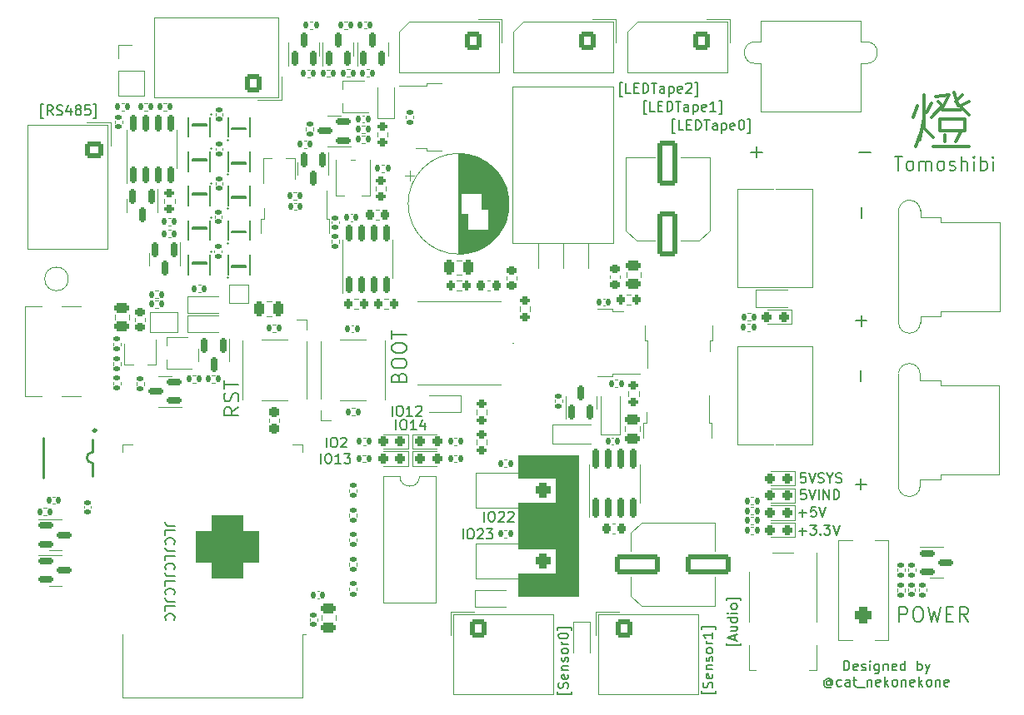
<source format=gbr>
%TF.GenerationSoftware,KiCad,Pcbnew,(6.0.11)*%
%TF.CreationDate,2024-02-29T08:20:34+09:00*%
%TF.ProjectId,Pole,506f6c65-2e6b-4696-9361-645f70636258,rev?*%
%TF.SameCoordinates,Original*%
%TF.FileFunction,Legend,Top*%
%TF.FilePolarity,Positive*%
%FSLAX46Y46*%
G04 Gerber Fmt 4.6, Leading zero omitted, Abs format (unit mm)*
G04 Created by KiCad (PCBNEW (6.0.11)) date 2024-02-29 08:20:34*
%MOMM*%
%LPD*%
G01*
G04 APERTURE LIST*
G04 Aperture macros list*
%AMRoundRect*
0 Rectangle with rounded corners*
0 $1 Rounding radius*
0 $2 $3 $4 $5 $6 $7 $8 $9 X,Y pos of 4 corners*
0 Add a 4 corners polygon primitive as box body*
4,1,4,$2,$3,$4,$5,$6,$7,$8,$9,$2,$3,0*
0 Add four circle primitives for the rounded corners*
1,1,$1+$1,$2,$3*
1,1,$1+$1,$4,$5*
1,1,$1+$1,$6,$7*
1,1,$1+$1,$8,$9*
0 Add four rect primitives between the rounded corners*
20,1,$1+$1,$2,$3,$4,$5,0*
20,1,$1+$1,$4,$5,$6,$7,0*
20,1,$1+$1,$6,$7,$8,$9,0*
20,1,$1+$1,$8,$9,$2,$3,0*%
%AMFreePoly0*
4,1,6,1.000000,0.000000,0.500000,-0.750000,-0.500000,-0.750000,-0.500000,0.750000,0.500000,0.750000,1.000000,0.000000,1.000000,0.000000,$1*%
%AMFreePoly1*
4,1,6,0.500000,-0.750000,-0.650000,-0.750000,-0.150000,0.000000,-0.650000,0.750000,0.500000,0.750000,0.500000,-0.750000,0.500000,-0.750000,$1*%
G04 Aperture macros list end*
%ADD10C,0.130000*%
%ADD11C,0.150000*%
%ADD12C,0.200000*%
%ADD13C,0.320000*%
%ADD14C,0.170000*%
%ADD15C,0.120000*%
%ADD16C,0.152000*%
%ADD17C,0.254000*%
%ADD18C,0.100000*%
%ADD19RoundRect,0.135000X0.135000X0.185000X-0.135000X0.185000X-0.135000X-0.185000X0.135000X-0.185000X0*%
%ADD20R,0.700000X0.900000*%
%ADD21R,1.000000X1.000000*%
%ADD22RoundRect,0.135000X-0.135000X-0.185000X0.135000X-0.185000X0.135000X0.185000X-0.135000X0.185000X0*%
%ADD23C,1.700000*%
%ADD24RoundRect,0.425000X0.425000X0.425000X-0.425000X0.425000X-0.425000X-0.425000X0.425000X-0.425000X0*%
%ADD25RoundRect,0.140000X-0.170000X0.140000X-0.170000X-0.140000X0.170000X-0.140000X0.170000X0.140000X0*%
%ADD26R,0.700000X1.000000*%
%ADD27RoundRect,0.250000X0.475000X-0.250000X0.475000X0.250000X-0.475000X0.250000X-0.475000X-0.250000X0*%
%ADD28RoundRect,0.237500X0.287500X0.237500X-0.287500X0.237500X-0.287500X-0.237500X0.287500X-0.237500X0*%
%ADD29RoundRect,0.250000X-0.250000X-0.475000X0.250000X-0.475000X0.250000X0.475000X-0.250000X0.475000X0*%
%ADD30RoundRect,0.250000X0.600000X0.675000X-0.600000X0.675000X-0.600000X-0.675000X0.600000X-0.675000X0*%
%ADD31O,1.700000X1.850000*%
%ADD32RoundRect,0.200000X0.200000X0.275000X-0.200000X0.275000X-0.200000X-0.275000X0.200000X-0.275000X0*%
%ADD33RoundRect,0.135000X-0.185000X0.135000X-0.185000X-0.135000X0.185000X-0.135000X0.185000X0.135000X0*%
%ADD34C,1.000000*%
%ADD35R,1.900000X1.900000*%
%ADD36C,1.900000*%
%ADD37RoundRect,0.140000X-0.140000X-0.170000X0.140000X-0.170000X0.140000X0.170000X-0.140000X0.170000X0*%
%ADD38RoundRect,0.225000X0.225000X0.250000X-0.225000X0.250000X-0.225000X-0.250000X0.225000X-0.250000X0*%
%ADD39R,1.000000X0.700000*%
%ADD40RoundRect,0.150000X-0.587500X-0.150000X0.587500X-0.150000X0.587500X0.150000X-0.587500X0.150000X0*%
%ADD41RoundRect,0.150000X0.150000X-0.825000X0.150000X0.825000X-0.150000X0.825000X-0.150000X-0.825000X0*%
%ADD42RoundRect,0.225000X-0.250000X0.225000X-0.250000X-0.225000X0.250000X-0.225000X0.250000X0.225000X0*%
%ADD43RoundRect,0.200000X-0.275000X0.200000X-0.275000X-0.200000X0.275000X-0.200000X0.275000X0.200000X0*%
%ADD44C,0.650000*%
%ADD45R,1.240000X0.600000*%
%ADD46R,1.240000X0.300000*%
%ADD47O,2.100000X1.000000*%
%ADD48O,1.800000X1.000000*%
%ADD49C,2.000000*%
%ADD50R,1.400000X1.600000*%
%ADD51RoundRect,0.150000X0.150000X-0.587500X0.150000X0.587500X-0.150000X0.587500X-0.150000X-0.587500X0*%
%ADD52RoundRect,0.237500X-0.287500X-0.237500X0.287500X-0.237500X0.287500X0.237500X-0.287500X0.237500X0*%
%ADD53RoundRect,0.140000X0.170000X-0.140000X0.170000X0.140000X-0.170000X0.140000X-0.170000X-0.140000X0*%
%ADD54RoundRect,0.135000X0.185000X-0.135000X0.185000X0.135000X-0.185000X0.135000X-0.185000X-0.135000X0*%
%ADD55R,1.200000X2.200000*%
%ADD56R,5.800000X6.400000*%
%ADD57RoundRect,0.150000X0.150000X-0.675000X0.150000X0.675000X-0.150000X0.675000X-0.150000X-0.675000X0*%
%ADD58RoundRect,0.381000X-0.381000X0.381000X-0.381000X-0.381000X0.381000X-0.381000X0.381000X0.381000X0*%
%ADD59C,1.524000*%
%ADD60RoundRect,0.150000X-0.150000X0.587500X-0.150000X-0.587500X0.150000X-0.587500X0.150000X0.587500X0*%
%ADD61R,0.900000X1.200000*%
%ADD62RoundRect,0.237500X0.237500X-0.300000X0.237500X0.300000X-0.237500X0.300000X-0.237500X-0.300000X0*%
%ADD63RoundRect,0.250001X0.799999X-1.999999X0.799999X1.999999X-0.799999X1.999999X-0.799999X-1.999999X0*%
%ADD64RoundRect,0.250000X0.250000X0.475000X-0.250000X0.475000X-0.250000X-0.475000X0.250000X-0.475000X0*%
%ADD65RoundRect,0.200000X-0.200000X-0.275000X0.200000X-0.275000X0.200000X0.275000X-0.200000X0.275000X0*%
%ADD66R,0.600000X1.500000*%
%ADD67R,2.800000X2.400000*%
%ADD68FreePoly0,0.000000*%
%ADD69FreePoly1,0.000000*%
%ADD70R,1.500000X1.500000*%
%ADD71RoundRect,0.250000X-0.675000X0.600000X-0.675000X-0.600000X0.675000X-0.600000X0.675000X0.600000X0*%
%ADD72O,1.850000X1.700000*%
%ADD73RoundRect,0.250001X-1.999999X-0.799999X1.999999X-0.799999X1.999999X0.799999X-1.999999X0.799999X0*%
%ADD74RoundRect,0.225000X-0.225000X-0.250000X0.225000X-0.250000X0.225000X0.250000X-0.225000X0.250000X0*%
%ADD75R,2.413000X5.334000*%
%ADD76RoundRect,0.150000X0.587500X0.150000X-0.587500X0.150000X-0.587500X-0.150000X0.587500X-0.150000X0*%
%ADD77RoundRect,0.250000X-0.475000X0.250000X-0.475000X-0.250000X0.475000X-0.250000X0.475000X0.250000X0*%
%ADD78RoundRect,0.200000X0.275000X-0.200000X0.275000X0.200000X-0.275000X0.200000X-0.275000X-0.200000X0*%
%ADD79R,1.600000X1.600000*%
%ADD80C,1.600000*%
%ADD81C,1.400000*%
%ADD82R,3.500000X3.500000*%
%ADD83C,3.500000*%
%ADD84C,3.000000*%
%ADD85O,1.600000X1.600000*%
%ADD86R,2.200000X1.200000*%
%ADD87R,6.400000X5.800000*%
%ADD88O,3.500000X3.500000*%
%ADD89R,1.905000X2.000000*%
%ADD90O,1.905000X2.000000*%
%ADD91RoundRect,0.250000X-0.600000X-0.675000X0.600000X-0.675000X0.600000X0.675000X-0.600000X0.675000X0*%
%ADD92R,1.700000X1.700000*%
%ADD93O,1.700000X1.700000*%
%ADD94RoundRect,0.140000X0.140000X0.170000X-0.140000X0.170000X-0.140000X-0.170000X0.140000X-0.170000X0*%
%ADD95R,1.150000X1.500000*%
%ADD96R,1.500000X0.900000*%
%ADD97R,0.900000X1.500000*%
%ADD98RoundRect,1.625000X1.625000X1.625000X-1.625000X1.625000X-1.625000X-1.625000X1.625000X-1.625000X0*%
%ADD99R,1.200000X0.900000*%
G04 APERTURE END LIST*
D10*
X203550000Y-113621428D02*
X204311904Y-113621428D01*
X203930952Y-114002380D02*
X203930952Y-113240476D01*
X204692857Y-113002380D02*
X205311904Y-113002380D01*
X204978571Y-113383333D01*
X205121428Y-113383333D01*
X205216666Y-113430952D01*
X205264285Y-113478571D01*
X205311904Y-113573809D01*
X205311904Y-113811904D01*
X205264285Y-113907142D01*
X205216666Y-113954761D01*
X205121428Y-114002380D01*
X204835714Y-114002380D01*
X204740476Y-113954761D01*
X204692857Y-113907142D01*
X205740476Y-113907142D02*
X205788095Y-113954761D01*
X205740476Y-114002380D01*
X205692857Y-113954761D01*
X205740476Y-113907142D01*
X205740476Y-114002380D01*
X206121428Y-113002380D02*
X206740476Y-113002380D01*
X206407142Y-113383333D01*
X206550000Y-113383333D01*
X206645238Y-113430952D01*
X206692857Y-113478571D01*
X206740476Y-113573809D01*
X206740476Y-113811904D01*
X206692857Y-113907142D01*
X206645238Y-113954761D01*
X206550000Y-114002380D01*
X206264285Y-114002380D01*
X206169047Y-113954761D01*
X206121428Y-113907142D01*
X207026190Y-113002380D02*
X207359523Y-114002380D01*
X207692857Y-113002380D01*
X155550000Y-105102380D02*
X155550000Y-104102380D01*
X156216666Y-104102380D02*
X156407142Y-104102380D01*
X156502380Y-104150000D01*
X156597619Y-104245238D01*
X156645238Y-104435714D01*
X156645238Y-104769047D01*
X156597619Y-104959523D01*
X156502380Y-105054761D01*
X156407142Y-105102380D01*
X156216666Y-105102380D01*
X156121428Y-105054761D01*
X156026190Y-104959523D01*
X155978571Y-104769047D01*
X155978571Y-104435714D01*
X156026190Y-104245238D01*
X156121428Y-104150000D01*
X156216666Y-104102380D01*
X157026190Y-104197619D02*
X157073809Y-104150000D01*
X157169047Y-104102380D01*
X157407142Y-104102380D01*
X157502380Y-104150000D01*
X157550000Y-104197619D01*
X157597619Y-104292857D01*
X157597619Y-104388095D01*
X157550000Y-104530952D01*
X156978571Y-105102380D01*
X157597619Y-105102380D01*
X203564285Y-111771428D02*
X204326190Y-111771428D01*
X203945238Y-112152380D02*
X203945238Y-111390476D01*
X205278571Y-111152380D02*
X204802380Y-111152380D01*
X204754761Y-111628571D01*
X204802380Y-111580952D01*
X204897619Y-111533333D01*
X205135714Y-111533333D01*
X205230952Y-111580952D01*
X205278571Y-111628571D01*
X205326190Y-111723809D01*
X205326190Y-111961904D01*
X205278571Y-112057142D01*
X205230952Y-112104761D01*
X205135714Y-112152380D01*
X204897619Y-112152380D01*
X204802380Y-112104761D01*
X204754761Y-112057142D01*
X205611904Y-111152380D02*
X205945238Y-112152380D01*
X206278571Y-111152380D01*
X204228571Y-107702380D02*
X203752380Y-107702380D01*
X203704761Y-108178571D01*
X203752380Y-108130952D01*
X203847619Y-108083333D01*
X204085714Y-108083333D01*
X204180952Y-108130952D01*
X204228571Y-108178571D01*
X204276190Y-108273809D01*
X204276190Y-108511904D01*
X204228571Y-108607142D01*
X204180952Y-108654761D01*
X204085714Y-108702380D01*
X203847619Y-108702380D01*
X203752380Y-108654761D01*
X203704761Y-108607142D01*
X204561904Y-107702380D02*
X204895238Y-108702380D01*
X205228571Y-107702380D01*
X205514285Y-108654761D02*
X205657142Y-108702380D01*
X205895238Y-108702380D01*
X205990476Y-108654761D01*
X206038095Y-108607142D01*
X206085714Y-108511904D01*
X206085714Y-108416666D01*
X206038095Y-108321428D01*
X205990476Y-108273809D01*
X205895238Y-108226190D01*
X205704761Y-108178571D01*
X205609523Y-108130952D01*
X205561904Y-108083333D01*
X205514285Y-107988095D01*
X205514285Y-107892857D01*
X205561904Y-107797619D01*
X205609523Y-107750000D01*
X205704761Y-107702380D01*
X205942857Y-107702380D01*
X206085714Y-107750000D01*
X206704761Y-108226190D02*
X206704761Y-108702380D01*
X206371428Y-107702380D02*
X206704761Y-108226190D01*
X207038095Y-107702380D01*
X207323809Y-108654761D02*
X207466666Y-108702380D01*
X207704761Y-108702380D01*
X207800000Y-108654761D01*
X207847619Y-108607142D01*
X207895238Y-108511904D01*
X207895238Y-108416666D01*
X207847619Y-108321428D01*
X207800000Y-108273809D01*
X207704761Y-108226190D01*
X207514285Y-108178571D01*
X207419047Y-108130952D01*
X207371428Y-108083333D01*
X207323809Y-107988095D01*
X207323809Y-107892857D01*
X207371428Y-107797619D01*
X207419047Y-107750000D01*
X207514285Y-107702380D01*
X207752380Y-107702380D01*
X207895238Y-107750000D01*
X162623809Y-103302380D02*
X162623809Y-102302380D01*
X163290476Y-102302380D02*
X163480952Y-102302380D01*
X163576190Y-102350000D01*
X163671428Y-102445238D01*
X163719047Y-102635714D01*
X163719047Y-102969047D01*
X163671428Y-103159523D01*
X163576190Y-103254761D01*
X163480952Y-103302380D01*
X163290476Y-103302380D01*
X163195238Y-103254761D01*
X163100000Y-103159523D01*
X163052380Y-102969047D01*
X163052380Y-102635714D01*
X163100000Y-102445238D01*
X163195238Y-102350000D01*
X163290476Y-102302380D01*
X164671428Y-103302380D02*
X164100000Y-103302380D01*
X164385714Y-103302380D02*
X164385714Y-102302380D01*
X164290476Y-102445238D01*
X164195238Y-102540476D01*
X164100000Y-102588095D01*
X165528571Y-102635714D02*
X165528571Y-103302380D01*
X165290476Y-102254761D02*
X165052380Y-102969047D01*
X165671428Y-102969047D01*
X126802380Y-71635714D02*
X126564285Y-71635714D01*
X126564285Y-70207142D01*
X126802380Y-70207142D01*
X127754761Y-71302380D02*
X127421428Y-70826190D01*
X127183333Y-71302380D02*
X127183333Y-70302380D01*
X127564285Y-70302380D01*
X127659523Y-70350000D01*
X127707142Y-70397619D01*
X127754761Y-70492857D01*
X127754761Y-70635714D01*
X127707142Y-70730952D01*
X127659523Y-70778571D01*
X127564285Y-70826190D01*
X127183333Y-70826190D01*
X128135714Y-71254761D02*
X128278571Y-71302380D01*
X128516666Y-71302380D01*
X128611904Y-71254761D01*
X128659523Y-71207142D01*
X128707142Y-71111904D01*
X128707142Y-71016666D01*
X128659523Y-70921428D01*
X128611904Y-70873809D01*
X128516666Y-70826190D01*
X128326190Y-70778571D01*
X128230952Y-70730952D01*
X128183333Y-70683333D01*
X128135714Y-70588095D01*
X128135714Y-70492857D01*
X128183333Y-70397619D01*
X128230952Y-70350000D01*
X128326190Y-70302380D01*
X128564285Y-70302380D01*
X128707142Y-70350000D01*
X129564285Y-70635714D02*
X129564285Y-71302380D01*
X129326190Y-70254761D02*
X129088095Y-70969047D01*
X129707142Y-70969047D01*
X130230952Y-70730952D02*
X130135714Y-70683333D01*
X130088095Y-70635714D01*
X130040476Y-70540476D01*
X130040476Y-70492857D01*
X130088095Y-70397619D01*
X130135714Y-70350000D01*
X130230952Y-70302380D01*
X130421428Y-70302380D01*
X130516666Y-70350000D01*
X130564285Y-70397619D01*
X130611904Y-70492857D01*
X130611904Y-70540476D01*
X130564285Y-70635714D01*
X130516666Y-70683333D01*
X130421428Y-70730952D01*
X130230952Y-70730952D01*
X130135714Y-70778571D01*
X130088095Y-70826190D01*
X130040476Y-70921428D01*
X130040476Y-71111904D01*
X130088095Y-71207142D01*
X130135714Y-71254761D01*
X130230952Y-71302380D01*
X130421428Y-71302380D01*
X130516666Y-71254761D01*
X130564285Y-71207142D01*
X130611904Y-71111904D01*
X130611904Y-70921428D01*
X130564285Y-70826190D01*
X130516666Y-70778571D01*
X130421428Y-70730952D01*
X131516666Y-70302380D02*
X131040476Y-70302380D01*
X130992857Y-70778571D01*
X131040476Y-70730952D01*
X131135714Y-70683333D01*
X131373809Y-70683333D01*
X131469047Y-70730952D01*
X131516666Y-70778571D01*
X131564285Y-70873809D01*
X131564285Y-71111904D01*
X131516666Y-71207142D01*
X131469047Y-71254761D01*
X131373809Y-71302380D01*
X131135714Y-71302380D01*
X131040476Y-71254761D01*
X130992857Y-71207142D01*
X131897619Y-71635714D02*
X132135714Y-71635714D01*
X132135714Y-70207142D01*
X131897619Y-70207142D01*
D11*
X140147619Y-113080952D02*
X139433333Y-113080952D01*
X139290476Y-113033333D01*
X139195238Y-112938095D01*
X139147619Y-112795238D01*
X139147619Y-112700000D01*
X139147619Y-114033333D02*
X139147619Y-113557142D01*
X140147619Y-113557142D01*
X139242857Y-114938095D02*
X139195238Y-114890476D01*
X139147619Y-114747619D01*
X139147619Y-114652380D01*
X139195238Y-114509523D01*
X139290476Y-114414285D01*
X139385714Y-114366666D01*
X139576190Y-114319047D01*
X139719047Y-114319047D01*
X139909523Y-114366666D01*
X140004761Y-114414285D01*
X140100000Y-114509523D01*
X140147619Y-114652380D01*
X140147619Y-114747619D01*
X140100000Y-114890476D01*
X140052380Y-114938095D01*
X140147619Y-115652380D02*
X139433333Y-115652380D01*
X139290476Y-115604761D01*
X139195238Y-115509523D01*
X139147619Y-115366666D01*
X139147619Y-115271428D01*
X139147619Y-116604761D02*
X139147619Y-116128571D01*
X140147619Y-116128571D01*
X139242857Y-117509523D02*
X139195238Y-117461904D01*
X139147619Y-117319047D01*
X139147619Y-117223809D01*
X139195238Y-117080952D01*
X139290476Y-116985714D01*
X139385714Y-116938095D01*
X139576190Y-116890476D01*
X139719047Y-116890476D01*
X139909523Y-116938095D01*
X140004761Y-116985714D01*
X140100000Y-117080952D01*
X140147619Y-117223809D01*
X140147619Y-117319047D01*
X140100000Y-117461904D01*
X140052380Y-117509523D01*
X140147619Y-118223809D02*
X139433333Y-118223809D01*
X139290476Y-118176190D01*
X139195238Y-118080952D01*
X139147619Y-117938095D01*
X139147619Y-117842857D01*
X139147619Y-119176190D02*
X139147619Y-118700000D01*
X140147619Y-118700000D01*
X139242857Y-120080952D02*
X139195238Y-120033333D01*
X139147619Y-119890476D01*
X139147619Y-119795238D01*
X139195238Y-119652380D01*
X139290476Y-119557142D01*
X139385714Y-119509523D01*
X139576190Y-119461904D01*
X139719047Y-119461904D01*
X139909523Y-119509523D01*
X140004761Y-119557142D01*
X140100000Y-119652380D01*
X140147619Y-119795238D01*
X140147619Y-119890476D01*
X140100000Y-120033333D01*
X140052380Y-120080952D01*
X140147619Y-120795238D02*
X139433333Y-120795238D01*
X139290476Y-120747619D01*
X139195238Y-120652380D01*
X139147619Y-120509523D01*
X139147619Y-120414285D01*
X139147619Y-121747619D02*
X139147619Y-121271428D01*
X140147619Y-121271428D01*
X139242857Y-122652380D02*
X139195238Y-122604761D01*
X139147619Y-122461904D01*
X139147619Y-122366666D01*
X139195238Y-122223809D01*
X139290476Y-122128571D01*
X139385714Y-122080952D01*
X139576190Y-122033333D01*
X139719047Y-122033333D01*
X139909523Y-122080952D01*
X140004761Y-122128571D01*
X140100000Y-122223809D01*
X140147619Y-122366666D01*
X140147619Y-122461904D01*
X140100000Y-122604761D01*
X140052380Y-122652380D01*
D12*
X213735714Y-122828571D02*
X213735714Y-121328571D01*
X214307142Y-121328571D01*
X214450000Y-121400000D01*
X214521428Y-121471428D01*
X214592857Y-121614285D01*
X214592857Y-121828571D01*
X214521428Y-121971428D01*
X214450000Y-122042857D01*
X214307142Y-122114285D01*
X213735714Y-122114285D01*
X215521428Y-121328571D02*
X215807142Y-121328571D01*
X215950000Y-121400000D01*
X216092857Y-121542857D01*
X216164285Y-121828571D01*
X216164285Y-122328571D01*
X216092857Y-122614285D01*
X215950000Y-122757142D01*
X215807142Y-122828571D01*
X215521428Y-122828571D01*
X215378571Y-122757142D01*
X215235714Y-122614285D01*
X215164285Y-122328571D01*
X215164285Y-121828571D01*
X215235714Y-121542857D01*
X215378571Y-121400000D01*
X215521428Y-121328571D01*
X216664285Y-121328571D02*
X217021428Y-122828571D01*
X217307142Y-121757142D01*
X217592857Y-122828571D01*
X217950000Y-121328571D01*
X218521428Y-122042857D02*
X219021428Y-122042857D01*
X219235714Y-122828571D02*
X218521428Y-122828571D01*
X218521428Y-121328571D01*
X219235714Y-121328571D01*
X220735714Y-122828571D02*
X220235714Y-122114285D01*
X219878571Y-122828571D02*
X219878571Y-121328571D01*
X220450000Y-121328571D01*
X220592857Y-121400000D01*
X220664285Y-121471428D01*
X220735714Y-121614285D01*
X220735714Y-121828571D01*
X220664285Y-121971428D01*
X220592857Y-122042857D01*
X220450000Y-122114285D01*
X219878571Y-122114285D01*
D10*
X204247619Y-109402380D02*
X203771428Y-109402380D01*
X203723809Y-109878571D01*
X203771428Y-109830952D01*
X203866666Y-109783333D01*
X204104761Y-109783333D01*
X204200000Y-109830952D01*
X204247619Y-109878571D01*
X204295238Y-109973809D01*
X204295238Y-110211904D01*
X204247619Y-110307142D01*
X204200000Y-110354761D01*
X204104761Y-110402380D01*
X203866666Y-110402380D01*
X203771428Y-110354761D01*
X203723809Y-110307142D01*
X204580952Y-109402380D02*
X204914285Y-110402380D01*
X205247619Y-109402380D01*
X205580952Y-110402380D02*
X205580952Y-109402380D01*
X206057142Y-110402380D02*
X206057142Y-109402380D01*
X206628571Y-110402380D01*
X206628571Y-109402380D01*
X207104761Y-110402380D02*
X207104761Y-109402380D01*
X207342857Y-109402380D01*
X207485714Y-109450000D01*
X207580952Y-109545238D01*
X207628571Y-109640476D01*
X207676190Y-109830952D01*
X207676190Y-109973809D01*
X207628571Y-110164285D01*
X207580952Y-110259523D01*
X207485714Y-110354761D01*
X207342857Y-110402380D01*
X207104761Y-110402380D01*
X171573809Y-112652380D02*
X171573809Y-111652380D01*
X172240476Y-111652380D02*
X172430952Y-111652380D01*
X172526190Y-111700000D01*
X172621428Y-111795238D01*
X172669047Y-111985714D01*
X172669047Y-112319047D01*
X172621428Y-112509523D01*
X172526190Y-112604761D01*
X172430952Y-112652380D01*
X172240476Y-112652380D01*
X172145238Y-112604761D01*
X172050000Y-112509523D01*
X172002380Y-112319047D01*
X172002380Y-111985714D01*
X172050000Y-111795238D01*
X172145238Y-111700000D01*
X172240476Y-111652380D01*
X173050000Y-111747619D02*
X173097619Y-111700000D01*
X173192857Y-111652380D01*
X173430952Y-111652380D01*
X173526190Y-111700000D01*
X173573809Y-111747619D01*
X173621428Y-111842857D01*
X173621428Y-111938095D01*
X173573809Y-112080952D01*
X173002380Y-112652380D01*
X173621428Y-112652380D01*
X174002380Y-111747619D02*
X174050000Y-111700000D01*
X174145238Y-111652380D01*
X174383333Y-111652380D01*
X174478571Y-111700000D01*
X174526190Y-111747619D01*
X174573809Y-111842857D01*
X174573809Y-111938095D01*
X174526190Y-112080952D01*
X173954761Y-112652380D01*
X174573809Y-112652380D01*
X190959523Y-73135714D02*
X190721428Y-73135714D01*
X190721428Y-71707142D01*
X190959523Y-71707142D01*
X191816666Y-72802380D02*
X191340476Y-72802380D01*
X191340476Y-71802380D01*
X192150000Y-72278571D02*
X192483333Y-72278571D01*
X192626190Y-72802380D02*
X192150000Y-72802380D01*
X192150000Y-71802380D01*
X192626190Y-71802380D01*
X193054761Y-72802380D02*
X193054761Y-71802380D01*
X193292857Y-71802380D01*
X193435714Y-71850000D01*
X193530952Y-71945238D01*
X193578571Y-72040476D01*
X193626190Y-72230952D01*
X193626190Y-72373809D01*
X193578571Y-72564285D01*
X193530952Y-72659523D01*
X193435714Y-72754761D01*
X193292857Y-72802380D01*
X193054761Y-72802380D01*
X193911904Y-71802380D02*
X194483333Y-71802380D01*
X194197619Y-72802380D02*
X194197619Y-71802380D01*
X195245238Y-72802380D02*
X195245238Y-72278571D01*
X195197619Y-72183333D01*
X195102380Y-72135714D01*
X194911904Y-72135714D01*
X194816666Y-72183333D01*
X195245238Y-72754761D02*
X195150000Y-72802380D01*
X194911904Y-72802380D01*
X194816666Y-72754761D01*
X194769047Y-72659523D01*
X194769047Y-72564285D01*
X194816666Y-72469047D01*
X194911904Y-72421428D01*
X195150000Y-72421428D01*
X195245238Y-72373809D01*
X195721428Y-72135714D02*
X195721428Y-73135714D01*
X195721428Y-72183333D02*
X195816666Y-72135714D01*
X196007142Y-72135714D01*
X196102380Y-72183333D01*
X196150000Y-72230952D01*
X196197619Y-72326190D01*
X196197619Y-72611904D01*
X196150000Y-72707142D01*
X196102380Y-72754761D01*
X196007142Y-72802380D01*
X195816666Y-72802380D01*
X195721428Y-72754761D01*
X197007142Y-72754761D02*
X196911904Y-72802380D01*
X196721428Y-72802380D01*
X196626190Y-72754761D01*
X196578571Y-72659523D01*
X196578571Y-72278571D01*
X196626190Y-72183333D01*
X196721428Y-72135714D01*
X196911904Y-72135714D01*
X197007142Y-72183333D01*
X197054761Y-72278571D01*
X197054761Y-72373809D01*
X196578571Y-72469047D01*
X197673809Y-71802380D02*
X197769047Y-71802380D01*
X197864285Y-71850000D01*
X197911904Y-71897619D01*
X197959523Y-71992857D01*
X198007142Y-72183333D01*
X198007142Y-72421428D01*
X197959523Y-72611904D01*
X197911904Y-72707142D01*
X197864285Y-72754761D01*
X197769047Y-72802380D01*
X197673809Y-72802380D01*
X197578571Y-72754761D01*
X197530952Y-72707142D01*
X197483333Y-72611904D01*
X197435714Y-72421428D01*
X197435714Y-72183333D01*
X197483333Y-71992857D01*
X197530952Y-71897619D01*
X197578571Y-71850000D01*
X197673809Y-71802380D01*
X198340476Y-73135714D02*
X198578571Y-73135714D01*
X198578571Y-71707142D01*
X198340476Y-71707142D01*
X185609523Y-69385714D02*
X185371428Y-69385714D01*
X185371428Y-67957142D01*
X185609523Y-67957142D01*
X186466666Y-69052380D02*
X185990476Y-69052380D01*
X185990476Y-68052380D01*
X186800000Y-68528571D02*
X187133333Y-68528571D01*
X187276190Y-69052380D02*
X186800000Y-69052380D01*
X186800000Y-68052380D01*
X187276190Y-68052380D01*
X187704761Y-69052380D02*
X187704761Y-68052380D01*
X187942857Y-68052380D01*
X188085714Y-68100000D01*
X188180952Y-68195238D01*
X188228571Y-68290476D01*
X188276190Y-68480952D01*
X188276190Y-68623809D01*
X188228571Y-68814285D01*
X188180952Y-68909523D01*
X188085714Y-69004761D01*
X187942857Y-69052380D01*
X187704761Y-69052380D01*
X188561904Y-68052380D02*
X189133333Y-68052380D01*
X188847619Y-69052380D02*
X188847619Y-68052380D01*
X189895238Y-69052380D02*
X189895238Y-68528571D01*
X189847619Y-68433333D01*
X189752380Y-68385714D01*
X189561904Y-68385714D01*
X189466666Y-68433333D01*
X189895238Y-69004761D02*
X189800000Y-69052380D01*
X189561904Y-69052380D01*
X189466666Y-69004761D01*
X189419047Y-68909523D01*
X189419047Y-68814285D01*
X189466666Y-68719047D01*
X189561904Y-68671428D01*
X189800000Y-68671428D01*
X189895238Y-68623809D01*
X190371428Y-68385714D02*
X190371428Y-69385714D01*
X190371428Y-68433333D02*
X190466666Y-68385714D01*
X190657142Y-68385714D01*
X190752380Y-68433333D01*
X190800000Y-68480952D01*
X190847619Y-68576190D01*
X190847619Y-68861904D01*
X190800000Y-68957142D01*
X190752380Y-69004761D01*
X190657142Y-69052380D01*
X190466666Y-69052380D01*
X190371428Y-69004761D01*
X191657142Y-69004761D02*
X191561904Y-69052380D01*
X191371428Y-69052380D01*
X191276190Y-69004761D01*
X191228571Y-68909523D01*
X191228571Y-68528571D01*
X191276190Y-68433333D01*
X191371428Y-68385714D01*
X191561904Y-68385714D01*
X191657142Y-68433333D01*
X191704761Y-68528571D01*
X191704761Y-68623809D01*
X191228571Y-68719047D01*
X192085714Y-68147619D02*
X192133333Y-68100000D01*
X192228571Y-68052380D01*
X192466666Y-68052380D01*
X192561904Y-68100000D01*
X192609523Y-68147619D01*
X192657142Y-68242857D01*
X192657142Y-68338095D01*
X192609523Y-68480952D01*
X192038095Y-69052380D01*
X192657142Y-69052380D01*
X192990476Y-69385714D02*
X193228571Y-69385714D01*
X193228571Y-67957142D01*
X192990476Y-67957142D01*
D13*
X218135714Y-70814285D02*
X219964285Y-70814285D01*
X217907142Y-72871428D02*
X220421428Y-72871428D01*
X217221428Y-74471428D02*
X220878571Y-74471428D01*
X217907142Y-71728571D02*
X217907142Y-72871428D01*
X217907142Y-71728571D02*
X220421428Y-71728571D01*
X220421428Y-72871428D01*
X216307142Y-69214285D02*
X216307142Y-72642857D01*
X217221428Y-73557142D01*
X219507142Y-69900000D02*
X220878571Y-71271428D01*
X220878571Y-69900000D02*
X219964285Y-70357142D01*
X217678571Y-69900000D02*
X218135714Y-70357142D01*
X216992857Y-71500000D01*
X220192857Y-69214285D02*
X219507142Y-69900000D01*
X218364285Y-73328571D02*
X218364285Y-74014285D01*
X219278571Y-68985714D02*
X219735714Y-70357142D01*
X219964285Y-73100000D02*
X219507142Y-74014285D01*
X216992857Y-70128571D02*
X216535714Y-71042857D01*
X216078571Y-72642857D02*
X215392857Y-74471428D01*
X217450000Y-69442857D02*
X218821428Y-69214285D01*
X218135714Y-70585714D01*
X215621428Y-70357142D02*
X215164285Y-71500000D01*
X216307142Y-71500000D02*
X215850000Y-73785714D01*
D14*
X213270000Y-75533333D02*
X214070000Y-75533333D01*
X213670000Y-76933333D02*
X213670000Y-75533333D01*
X214736666Y-76933333D02*
X214603333Y-76866666D01*
X214536666Y-76800000D01*
X214470000Y-76666666D01*
X214470000Y-76266666D01*
X214536666Y-76133333D01*
X214603333Y-76066666D01*
X214736666Y-76000000D01*
X214936666Y-76000000D01*
X215070000Y-76066666D01*
X215136666Y-76133333D01*
X215203333Y-76266666D01*
X215203333Y-76666666D01*
X215136666Y-76800000D01*
X215070000Y-76866666D01*
X214936666Y-76933333D01*
X214736666Y-76933333D01*
X215803333Y-76933333D02*
X215803333Y-76000000D01*
X215803333Y-76133333D02*
X215870000Y-76066666D01*
X216003333Y-76000000D01*
X216203333Y-76000000D01*
X216336666Y-76066666D01*
X216403333Y-76200000D01*
X216403333Y-76933333D01*
X216403333Y-76200000D02*
X216470000Y-76066666D01*
X216603333Y-76000000D01*
X216803333Y-76000000D01*
X216936666Y-76066666D01*
X217003333Y-76200000D01*
X217003333Y-76933333D01*
X217870000Y-76933333D02*
X217736666Y-76866666D01*
X217670000Y-76800000D01*
X217603333Y-76666666D01*
X217603333Y-76266666D01*
X217670000Y-76133333D01*
X217736666Y-76066666D01*
X217870000Y-76000000D01*
X218070000Y-76000000D01*
X218203333Y-76066666D01*
X218270000Y-76133333D01*
X218336666Y-76266666D01*
X218336666Y-76666666D01*
X218270000Y-76800000D01*
X218203333Y-76866666D01*
X218070000Y-76933333D01*
X217870000Y-76933333D01*
X218870000Y-76866666D02*
X219003333Y-76933333D01*
X219270000Y-76933333D01*
X219403333Y-76866666D01*
X219470000Y-76733333D01*
X219470000Y-76666666D01*
X219403333Y-76533333D01*
X219270000Y-76466666D01*
X219070000Y-76466666D01*
X218936666Y-76400000D01*
X218870000Y-76266666D01*
X218870000Y-76200000D01*
X218936666Y-76066666D01*
X219070000Y-76000000D01*
X219270000Y-76000000D01*
X219403333Y-76066666D01*
X220070000Y-76933333D02*
X220070000Y-75533333D01*
X220670000Y-76933333D02*
X220670000Y-76200000D01*
X220603333Y-76066666D01*
X220470000Y-76000000D01*
X220270000Y-76000000D01*
X220136666Y-76066666D01*
X220070000Y-76133333D01*
X221336666Y-76933333D02*
X221336666Y-76000000D01*
X221336666Y-75533333D02*
X221270000Y-75600000D01*
X221336666Y-75666666D01*
X221403333Y-75600000D01*
X221336666Y-75533333D01*
X221336666Y-75666666D01*
X222003333Y-76933333D02*
X222003333Y-75533333D01*
X222003333Y-76066666D02*
X222136666Y-76000000D01*
X222403333Y-76000000D01*
X222536666Y-76066666D01*
X222603333Y-76133333D01*
X222670000Y-76266666D01*
X222670000Y-76666666D01*
X222603333Y-76800000D01*
X222536666Y-76866666D01*
X222403333Y-76933333D01*
X222136666Y-76933333D01*
X222003333Y-76866666D01*
X223270000Y-76933333D02*
X223270000Y-76000000D01*
X223270000Y-75533333D02*
X223203333Y-75600000D01*
X223270000Y-75666666D01*
X223336666Y-75600000D01*
X223270000Y-75533333D01*
X223270000Y-75666666D01*
D12*
X146628571Y-101021428D02*
X145914285Y-101521428D01*
X146628571Y-101878571D02*
X145128571Y-101878571D01*
X145128571Y-101307142D01*
X145200000Y-101164285D01*
X145271428Y-101092857D01*
X145414285Y-101021428D01*
X145628571Y-101021428D01*
X145771428Y-101092857D01*
X145842857Y-101164285D01*
X145914285Y-101307142D01*
X145914285Y-101878571D01*
X146557142Y-100450000D02*
X146628571Y-100235714D01*
X146628571Y-99878571D01*
X146557142Y-99735714D01*
X146485714Y-99664285D01*
X146342857Y-99592857D01*
X146200000Y-99592857D01*
X146057142Y-99664285D01*
X145985714Y-99735714D01*
X145914285Y-99878571D01*
X145842857Y-100164285D01*
X145771428Y-100307142D01*
X145700000Y-100378571D01*
X145557142Y-100450000D01*
X145414285Y-100450000D01*
X145271428Y-100378571D01*
X145200000Y-100307142D01*
X145128571Y-100164285D01*
X145128571Y-99807142D01*
X145200000Y-99592857D01*
X145128571Y-99164285D02*
X145128571Y-98307142D01*
X146628571Y-98735714D02*
X145128571Y-98735714D01*
D10*
X154973809Y-106752380D02*
X154973809Y-105752380D01*
X155640476Y-105752380D02*
X155830952Y-105752380D01*
X155926190Y-105800000D01*
X156021428Y-105895238D01*
X156069047Y-106085714D01*
X156069047Y-106419047D01*
X156021428Y-106609523D01*
X155926190Y-106704761D01*
X155830952Y-106752380D01*
X155640476Y-106752380D01*
X155545238Y-106704761D01*
X155450000Y-106609523D01*
X155402380Y-106419047D01*
X155402380Y-106085714D01*
X155450000Y-105895238D01*
X155545238Y-105800000D01*
X155640476Y-105752380D01*
X157021428Y-106752380D02*
X156450000Y-106752380D01*
X156735714Y-106752380D02*
X156735714Y-105752380D01*
X156640476Y-105895238D01*
X156545238Y-105990476D01*
X156450000Y-106038095D01*
X157354761Y-105752380D02*
X157973809Y-105752380D01*
X157640476Y-106133333D01*
X157783333Y-106133333D01*
X157878571Y-106180952D01*
X157926190Y-106228571D01*
X157973809Y-106323809D01*
X157973809Y-106561904D01*
X157926190Y-106657142D01*
X157878571Y-106704761D01*
X157783333Y-106752380D01*
X157497619Y-106752380D01*
X157402380Y-106704761D01*
X157354761Y-106657142D01*
X195135714Y-129892857D02*
X195135714Y-130130952D01*
X193707142Y-130130952D01*
X193707142Y-129892857D01*
X194754761Y-129559523D02*
X194802380Y-129416666D01*
X194802380Y-129178571D01*
X194754761Y-129083333D01*
X194707142Y-129035714D01*
X194611904Y-128988095D01*
X194516666Y-128988095D01*
X194421428Y-129035714D01*
X194373809Y-129083333D01*
X194326190Y-129178571D01*
X194278571Y-129369047D01*
X194230952Y-129464285D01*
X194183333Y-129511904D01*
X194088095Y-129559523D01*
X193992857Y-129559523D01*
X193897619Y-129511904D01*
X193850000Y-129464285D01*
X193802380Y-129369047D01*
X193802380Y-129130952D01*
X193850000Y-128988095D01*
X194754761Y-128178571D02*
X194802380Y-128273809D01*
X194802380Y-128464285D01*
X194754761Y-128559523D01*
X194659523Y-128607142D01*
X194278571Y-128607142D01*
X194183333Y-128559523D01*
X194135714Y-128464285D01*
X194135714Y-128273809D01*
X194183333Y-128178571D01*
X194278571Y-128130952D01*
X194373809Y-128130952D01*
X194469047Y-128607142D01*
X194135714Y-127702380D02*
X194802380Y-127702380D01*
X194230952Y-127702380D02*
X194183333Y-127654761D01*
X194135714Y-127559523D01*
X194135714Y-127416666D01*
X194183333Y-127321428D01*
X194278571Y-127273809D01*
X194802380Y-127273809D01*
X194754761Y-126845238D02*
X194802380Y-126750000D01*
X194802380Y-126559523D01*
X194754761Y-126464285D01*
X194659523Y-126416666D01*
X194611904Y-126416666D01*
X194516666Y-126464285D01*
X194469047Y-126559523D01*
X194469047Y-126702380D01*
X194421428Y-126797619D01*
X194326190Y-126845238D01*
X194278571Y-126845238D01*
X194183333Y-126797619D01*
X194135714Y-126702380D01*
X194135714Y-126559523D01*
X194183333Y-126464285D01*
X194802380Y-125845238D02*
X194754761Y-125940476D01*
X194707142Y-125988095D01*
X194611904Y-126035714D01*
X194326190Y-126035714D01*
X194230952Y-125988095D01*
X194183333Y-125940476D01*
X194135714Y-125845238D01*
X194135714Y-125702380D01*
X194183333Y-125607142D01*
X194230952Y-125559523D01*
X194326190Y-125511904D01*
X194611904Y-125511904D01*
X194707142Y-125559523D01*
X194754761Y-125607142D01*
X194802380Y-125702380D01*
X194802380Y-125845238D01*
X194802380Y-125083333D02*
X194135714Y-125083333D01*
X194326190Y-125083333D02*
X194230952Y-125035714D01*
X194183333Y-124988095D01*
X194135714Y-124892857D01*
X194135714Y-124797619D01*
X194802380Y-123940476D02*
X194802380Y-124511904D01*
X194802380Y-124226190D02*
X193802380Y-124226190D01*
X193945238Y-124321428D01*
X194040476Y-124416666D01*
X194088095Y-124511904D01*
X195135714Y-123607142D02*
X195135714Y-123369047D01*
X193707142Y-123369047D01*
X193707142Y-123607142D01*
X169423809Y-114402380D02*
X169423809Y-113402380D01*
X170090476Y-113402380D02*
X170280952Y-113402380D01*
X170376190Y-113450000D01*
X170471428Y-113545238D01*
X170519047Y-113735714D01*
X170519047Y-114069047D01*
X170471428Y-114259523D01*
X170376190Y-114354761D01*
X170280952Y-114402380D01*
X170090476Y-114402380D01*
X169995238Y-114354761D01*
X169900000Y-114259523D01*
X169852380Y-114069047D01*
X169852380Y-113735714D01*
X169900000Y-113545238D01*
X169995238Y-113450000D01*
X170090476Y-113402380D01*
X170900000Y-113497619D02*
X170947619Y-113450000D01*
X171042857Y-113402380D01*
X171280952Y-113402380D01*
X171376190Y-113450000D01*
X171423809Y-113497619D01*
X171471428Y-113592857D01*
X171471428Y-113688095D01*
X171423809Y-113830952D01*
X170852380Y-114402380D01*
X171471428Y-114402380D01*
X171804761Y-113402380D02*
X172423809Y-113402380D01*
X172090476Y-113783333D01*
X172233333Y-113783333D01*
X172328571Y-113830952D01*
X172376190Y-113878571D01*
X172423809Y-113973809D01*
X172423809Y-114211904D01*
X172376190Y-114307142D01*
X172328571Y-114354761D01*
X172233333Y-114402380D01*
X171947619Y-114402380D01*
X171852380Y-114354761D01*
X171804761Y-114307142D01*
D12*
X162892857Y-97985714D02*
X162964285Y-97771428D01*
X163035714Y-97700000D01*
X163178571Y-97628571D01*
X163392857Y-97628571D01*
X163535714Y-97700000D01*
X163607142Y-97771428D01*
X163678571Y-97914285D01*
X163678571Y-98485714D01*
X162178571Y-98485714D01*
X162178571Y-97985714D01*
X162250000Y-97842857D01*
X162321428Y-97771428D01*
X162464285Y-97700000D01*
X162607142Y-97700000D01*
X162750000Y-97771428D01*
X162821428Y-97842857D01*
X162892857Y-97985714D01*
X162892857Y-98485714D01*
X162178571Y-96700000D02*
X162178571Y-96414285D01*
X162250000Y-96271428D01*
X162392857Y-96128571D01*
X162678571Y-96057142D01*
X163178571Y-96057142D01*
X163464285Y-96128571D01*
X163607142Y-96271428D01*
X163678571Y-96414285D01*
X163678571Y-96700000D01*
X163607142Y-96842857D01*
X163464285Y-96985714D01*
X163178571Y-97057142D01*
X162678571Y-97057142D01*
X162392857Y-96985714D01*
X162250000Y-96842857D01*
X162178571Y-96700000D01*
X162178571Y-95128571D02*
X162178571Y-94842857D01*
X162250000Y-94700000D01*
X162392857Y-94557142D01*
X162678571Y-94485714D01*
X163178571Y-94485714D01*
X163464285Y-94557142D01*
X163607142Y-94700000D01*
X163678571Y-94842857D01*
X163678571Y-95128571D01*
X163607142Y-95271428D01*
X163464285Y-95414285D01*
X163178571Y-95485714D01*
X162678571Y-95485714D01*
X162392857Y-95414285D01*
X162250000Y-95271428D01*
X162178571Y-95128571D01*
X162178571Y-94057142D02*
X162178571Y-93200000D01*
X163678571Y-93628571D02*
X162178571Y-93628571D01*
D10*
X188059523Y-71235714D02*
X187821428Y-71235714D01*
X187821428Y-69807142D01*
X188059523Y-69807142D01*
X188916666Y-70902380D02*
X188440476Y-70902380D01*
X188440476Y-69902380D01*
X189250000Y-70378571D02*
X189583333Y-70378571D01*
X189726190Y-70902380D02*
X189250000Y-70902380D01*
X189250000Y-69902380D01*
X189726190Y-69902380D01*
X190154761Y-70902380D02*
X190154761Y-69902380D01*
X190392857Y-69902380D01*
X190535714Y-69950000D01*
X190630952Y-70045238D01*
X190678571Y-70140476D01*
X190726190Y-70330952D01*
X190726190Y-70473809D01*
X190678571Y-70664285D01*
X190630952Y-70759523D01*
X190535714Y-70854761D01*
X190392857Y-70902380D01*
X190154761Y-70902380D01*
X191011904Y-69902380D02*
X191583333Y-69902380D01*
X191297619Y-70902380D02*
X191297619Y-69902380D01*
X192345238Y-70902380D02*
X192345238Y-70378571D01*
X192297619Y-70283333D01*
X192202380Y-70235714D01*
X192011904Y-70235714D01*
X191916666Y-70283333D01*
X192345238Y-70854761D02*
X192250000Y-70902380D01*
X192011904Y-70902380D01*
X191916666Y-70854761D01*
X191869047Y-70759523D01*
X191869047Y-70664285D01*
X191916666Y-70569047D01*
X192011904Y-70521428D01*
X192250000Y-70521428D01*
X192345238Y-70473809D01*
X192821428Y-70235714D02*
X192821428Y-71235714D01*
X192821428Y-70283333D02*
X192916666Y-70235714D01*
X193107142Y-70235714D01*
X193202380Y-70283333D01*
X193250000Y-70330952D01*
X193297619Y-70426190D01*
X193297619Y-70711904D01*
X193250000Y-70807142D01*
X193202380Y-70854761D01*
X193107142Y-70902380D01*
X192916666Y-70902380D01*
X192821428Y-70854761D01*
X194107142Y-70854761D02*
X194011904Y-70902380D01*
X193821428Y-70902380D01*
X193726190Y-70854761D01*
X193678571Y-70759523D01*
X193678571Y-70378571D01*
X193726190Y-70283333D01*
X193821428Y-70235714D01*
X194011904Y-70235714D01*
X194107142Y-70283333D01*
X194154761Y-70378571D01*
X194154761Y-70473809D01*
X193678571Y-70569047D01*
X195107142Y-70902380D02*
X194535714Y-70902380D01*
X194821428Y-70902380D02*
X194821428Y-69902380D01*
X194726190Y-70045238D01*
X194630952Y-70140476D01*
X194535714Y-70188095D01*
X195440476Y-71235714D02*
X195678571Y-71235714D01*
X195678571Y-69807142D01*
X195440476Y-69807142D01*
X180435714Y-129942857D02*
X180435714Y-130180952D01*
X179007142Y-130180952D01*
X179007142Y-129942857D01*
X180054761Y-129609523D02*
X180102380Y-129466666D01*
X180102380Y-129228571D01*
X180054761Y-129133333D01*
X180007142Y-129085714D01*
X179911904Y-129038095D01*
X179816666Y-129038095D01*
X179721428Y-129085714D01*
X179673809Y-129133333D01*
X179626190Y-129228571D01*
X179578571Y-129419047D01*
X179530952Y-129514285D01*
X179483333Y-129561904D01*
X179388095Y-129609523D01*
X179292857Y-129609523D01*
X179197619Y-129561904D01*
X179150000Y-129514285D01*
X179102380Y-129419047D01*
X179102380Y-129180952D01*
X179150000Y-129038095D01*
X180054761Y-128228571D02*
X180102380Y-128323809D01*
X180102380Y-128514285D01*
X180054761Y-128609523D01*
X179959523Y-128657142D01*
X179578571Y-128657142D01*
X179483333Y-128609523D01*
X179435714Y-128514285D01*
X179435714Y-128323809D01*
X179483333Y-128228571D01*
X179578571Y-128180952D01*
X179673809Y-128180952D01*
X179769047Y-128657142D01*
X179435714Y-127752380D02*
X180102380Y-127752380D01*
X179530952Y-127752380D02*
X179483333Y-127704761D01*
X179435714Y-127609523D01*
X179435714Y-127466666D01*
X179483333Y-127371428D01*
X179578571Y-127323809D01*
X180102380Y-127323809D01*
X180054761Y-126895238D02*
X180102380Y-126800000D01*
X180102380Y-126609523D01*
X180054761Y-126514285D01*
X179959523Y-126466666D01*
X179911904Y-126466666D01*
X179816666Y-126514285D01*
X179769047Y-126609523D01*
X179769047Y-126752380D01*
X179721428Y-126847619D01*
X179626190Y-126895238D01*
X179578571Y-126895238D01*
X179483333Y-126847619D01*
X179435714Y-126752380D01*
X179435714Y-126609523D01*
X179483333Y-126514285D01*
X180102380Y-125895238D02*
X180054761Y-125990476D01*
X180007142Y-126038095D01*
X179911904Y-126085714D01*
X179626190Y-126085714D01*
X179530952Y-126038095D01*
X179483333Y-125990476D01*
X179435714Y-125895238D01*
X179435714Y-125752380D01*
X179483333Y-125657142D01*
X179530952Y-125609523D01*
X179626190Y-125561904D01*
X179911904Y-125561904D01*
X180007142Y-125609523D01*
X180054761Y-125657142D01*
X180102380Y-125752380D01*
X180102380Y-125895238D01*
X180102380Y-125133333D02*
X179435714Y-125133333D01*
X179626190Y-125133333D02*
X179530952Y-125085714D01*
X179483333Y-125038095D01*
X179435714Y-124942857D01*
X179435714Y-124847619D01*
X179102380Y-124323809D02*
X179102380Y-124228571D01*
X179150000Y-124133333D01*
X179197619Y-124085714D01*
X179292857Y-124038095D01*
X179483333Y-123990476D01*
X179721428Y-123990476D01*
X179911904Y-124038095D01*
X180007142Y-124085714D01*
X180054761Y-124133333D01*
X180102380Y-124228571D01*
X180102380Y-124323809D01*
X180054761Y-124419047D01*
X180007142Y-124466666D01*
X179911904Y-124514285D01*
X179721428Y-124561904D01*
X179483333Y-124561904D01*
X179292857Y-124514285D01*
X179197619Y-124466666D01*
X179150000Y-124419047D01*
X179102380Y-124323809D01*
X180435714Y-123657142D02*
X180435714Y-123419047D01*
X179007142Y-123419047D01*
X179007142Y-123657142D01*
X208116666Y-127797380D02*
X208116666Y-126797380D01*
X208354761Y-126797380D01*
X208497619Y-126845000D01*
X208592857Y-126940238D01*
X208640476Y-127035476D01*
X208688095Y-127225952D01*
X208688095Y-127368809D01*
X208640476Y-127559285D01*
X208592857Y-127654523D01*
X208497619Y-127749761D01*
X208354761Y-127797380D01*
X208116666Y-127797380D01*
X209497619Y-127749761D02*
X209402380Y-127797380D01*
X209211904Y-127797380D01*
X209116666Y-127749761D01*
X209069047Y-127654523D01*
X209069047Y-127273571D01*
X209116666Y-127178333D01*
X209211904Y-127130714D01*
X209402380Y-127130714D01*
X209497619Y-127178333D01*
X209545238Y-127273571D01*
X209545238Y-127368809D01*
X209069047Y-127464047D01*
X209926190Y-127749761D02*
X210021428Y-127797380D01*
X210211904Y-127797380D01*
X210307142Y-127749761D01*
X210354761Y-127654523D01*
X210354761Y-127606904D01*
X210307142Y-127511666D01*
X210211904Y-127464047D01*
X210069047Y-127464047D01*
X209973809Y-127416428D01*
X209926190Y-127321190D01*
X209926190Y-127273571D01*
X209973809Y-127178333D01*
X210069047Y-127130714D01*
X210211904Y-127130714D01*
X210307142Y-127178333D01*
X210783333Y-127797380D02*
X210783333Y-127130714D01*
X210783333Y-126797380D02*
X210735714Y-126845000D01*
X210783333Y-126892619D01*
X210830952Y-126845000D01*
X210783333Y-126797380D01*
X210783333Y-126892619D01*
X211688095Y-127130714D02*
X211688095Y-127940238D01*
X211640476Y-128035476D01*
X211592857Y-128083095D01*
X211497619Y-128130714D01*
X211354761Y-128130714D01*
X211259523Y-128083095D01*
X211688095Y-127749761D02*
X211592857Y-127797380D01*
X211402380Y-127797380D01*
X211307142Y-127749761D01*
X211259523Y-127702142D01*
X211211904Y-127606904D01*
X211211904Y-127321190D01*
X211259523Y-127225952D01*
X211307142Y-127178333D01*
X211402380Y-127130714D01*
X211592857Y-127130714D01*
X211688095Y-127178333D01*
X212164285Y-127130714D02*
X212164285Y-127797380D01*
X212164285Y-127225952D02*
X212211904Y-127178333D01*
X212307142Y-127130714D01*
X212450000Y-127130714D01*
X212545238Y-127178333D01*
X212592857Y-127273571D01*
X212592857Y-127797380D01*
X213450000Y-127749761D02*
X213354761Y-127797380D01*
X213164285Y-127797380D01*
X213069047Y-127749761D01*
X213021428Y-127654523D01*
X213021428Y-127273571D01*
X213069047Y-127178333D01*
X213164285Y-127130714D01*
X213354761Y-127130714D01*
X213450000Y-127178333D01*
X213497619Y-127273571D01*
X213497619Y-127368809D01*
X213021428Y-127464047D01*
X214354761Y-127797380D02*
X214354761Y-126797380D01*
X214354761Y-127749761D02*
X214259523Y-127797380D01*
X214069047Y-127797380D01*
X213973809Y-127749761D01*
X213926190Y-127702142D01*
X213878571Y-127606904D01*
X213878571Y-127321190D01*
X213926190Y-127225952D01*
X213973809Y-127178333D01*
X214069047Y-127130714D01*
X214259523Y-127130714D01*
X214354761Y-127178333D01*
X215592857Y-127797380D02*
X215592857Y-126797380D01*
X215592857Y-127178333D02*
X215688095Y-127130714D01*
X215878571Y-127130714D01*
X215973809Y-127178333D01*
X216021428Y-127225952D01*
X216069047Y-127321190D01*
X216069047Y-127606904D01*
X216021428Y-127702142D01*
X215973809Y-127749761D01*
X215878571Y-127797380D01*
X215688095Y-127797380D01*
X215592857Y-127749761D01*
X216402380Y-127130714D02*
X216640476Y-127797380D01*
X216878571Y-127130714D02*
X216640476Y-127797380D01*
X216545238Y-128035476D01*
X216497619Y-128083095D01*
X216402380Y-128130714D01*
X206759523Y-128931190D02*
X206711904Y-128883571D01*
X206616666Y-128835952D01*
X206521428Y-128835952D01*
X206426190Y-128883571D01*
X206378571Y-128931190D01*
X206330952Y-129026428D01*
X206330952Y-129121666D01*
X206378571Y-129216904D01*
X206426190Y-129264523D01*
X206521428Y-129312142D01*
X206616666Y-129312142D01*
X206711904Y-129264523D01*
X206759523Y-129216904D01*
X206759523Y-128835952D02*
X206759523Y-129216904D01*
X206807142Y-129264523D01*
X206854761Y-129264523D01*
X206950000Y-129216904D01*
X206997619Y-129121666D01*
X206997619Y-128883571D01*
X206902380Y-128740714D01*
X206759523Y-128645476D01*
X206569047Y-128597857D01*
X206378571Y-128645476D01*
X206235714Y-128740714D01*
X206140476Y-128883571D01*
X206092857Y-129074047D01*
X206140476Y-129264523D01*
X206235714Y-129407380D01*
X206378571Y-129502619D01*
X206569047Y-129550238D01*
X206759523Y-129502619D01*
X206902380Y-129407380D01*
X207854761Y-129359761D02*
X207759523Y-129407380D01*
X207569047Y-129407380D01*
X207473809Y-129359761D01*
X207426190Y-129312142D01*
X207378571Y-129216904D01*
X207378571Y-128931190D01*
X207426190Y-128835952D01*
X207473809Y-128788333D01*
X207569047Y-128740714D01*
X207759523Y-128740714D01*
X207854761Y-128788333D01*
X208711904Y-129407380D02*
X208711904Y-128883571D01*
X208664285Y-128788333D01*
X208569047Y-128740714D01*
X208378571Y-128740714D01*
X208283333Y-128788333D01*
X208711904Y-129359761D02*
X208616666Y-129407380D01*
X208378571Y-129407380D01*
X208283333Y-129359761D01*
X208235714Y-129264523D01*
X208235714Y-129169285D01*
X208283333Y-129074047D01*
X208378571Y-129026428D01*
X208616666Y-129026428D01*
X208711904Y-128978809D01*
X209045238Y-128740714D02*
X209426190Y-128740714D01*
X209188095Y-128407380D02*
X209188095Y-129264523D01*
X209235714Y-129359761D01*
X209330952Y-129407380D01*
X209426190Y-129407380D01*
X209521428Y-129502619D02*
X210283333Y-129502619D01*
X210521428Y-128740714D02*
X210521428Y-129407380D01*
X210521428Y-128835952D02*
X210569047Y-128788333D01*
X210664285Y-128740714D01*
X210807142Y-128740714D01*
X210902380Y-128788333D01*
X210950000Y-128883571D01*
X210950000Y-129407380D01*
X211807142Y-129359761D02*
X211711904Y-129407380D01*
X211521428Y-129407380D01*
X211426190Y-129359761D01*
X211378571Y-129264523D01*
X211378571Y-128883571D01*
X211426190Y-128788333D01*
X211521428Y-128740714D01*
X211711904Y-128740714D01*
X211807142Y-128788333D01*
X211854761Y-128883571D01*
X211854761Y-128978809D01*
X211378571Y-129074047D01*
X212283333Y-129407380D02*
X212283333Y-128407380D01*
X212378571Y-129026428D02*
X212664285Y-129407380D01*
X212664285Y-128740714D02*
X212283333Y-129121666D01*
X213235714Y-129407380D02*
X213140476Y-129359761D01*
X213092857Y-129312142D01*
X213045238Y-129216904D01*
X213045238Y-128931190D01*
X213092857Y-128835952D01*
X213140476Y-128788333D01*
X213235714Y-128740714D01*
X213378571Y-128740714D01*
X213473809Y-128788333D01*
X213521428Y-128835952D01*
X213569047Y-128931190D01*
X213569047Y-129216904D01*
X213521428Y-129312142D01*
X213473809Y-129359761D01*
X213378571Y-129407380D01*
X213235714Y-129407380D01*
X213997619Y-128740714D02*
X213997619Y-129407380D01*
X213997619Y-128835952D02*
X214045238Y-128788333D01*
X214140476Y-128740714D01*
X214283333Y-128740714D01*
X214378571Y-128788333D01*
X214426190Y-128883571D01*
X214426190Y-129407380D01*
X215283333Y-129359761D02*
X215188095Y-129407380D01*
X214997619Y-129407380D01*
X214902380Y-129359761D01*
X214854761Y-129264523D01*
X214854761Y-128883571D01*
X214902380Y-128788333D01*
X214997619Y-128740714D01*
X215188095Y-128740714D01*
X215283333Y-128788333D01*
X215330952Y-128883571D01*
X215330952Y-128978809D01*
X214854761Y-129074047D01*
X215759523Y-129407380D02*
X215759523Y-128407380D01*
X215854761Y-129026428D02*
X216140476Y-129407380D01*
X216140476Y-128740714D02*
X215759523Y-129121666D01*
X216711904Y-129407380D02*
X216616666Y-129359761D01*
X216569047Y-129312142D01*
X216521428Y-129216904D01*
X216521428Y-128931190D01*
X216569047Y-128835952D01*
X216616666Y-128788333D01*
X216711904Y-128740714D01*
X216854761Y-128740714D01*
X216950000Y-128788333D01*
X216997619Y-128835952D01*
X217045238Y-128931190D01*
X217045238Y-129216904D01*
X216997619Y-129312142D01*
X216950000Y-129359761D01*
X216854761Y-129407380D01*
X216711904Y-129407380D01*
X217473809Y-128740714D02*
X217473809Y-129407380D01*
X217473809Y-128835952D02*
X217521428Y-128788333D01*
X217616666Y-128740714D01*
X217759523Y-128740714D01*
X217854761Y-128788333D01*
X217902380Y-128883571D01*
X217902380Y-129407380D01*
X218759523Y-129359761D02*
X218664285Y-129407380D01*
X218473809Y-129407380D01*
X218378571Y-129359761D01*
X218330952Y-129264523D01*
X218330952Y-128883571D01*
X218378571Y-128788333D01*
X218473809Y-128740714D01*
X218664285Y-128740714D01*
X218759523Y-128788333D01*
X218807142Y-128883571D01*
X218807142Y-128978809D01*
X218330952Y-129074047D01*
X197635714Y-125016666D02*
X197635714Y-125254761D01*
X196207142Y-125254761D01*
X196207142Y-125016666D01*
X197016666Y-124683333D02*
X197016666Y-124207142D01*
X197302380Y-124778571D02*
X196302380Y-124445238D01*
X197302380Y-124111904D01*
X196635714Y-123350000D02*
X197302380Y-123350000D01*
X196635714Y-123778571D02*
X197159523Y-123778571D01*
X197254761Y-123730952D01*
X197302380Y-123635714D01*
X197302380Y-123492857D01*
X197254761Y-123397619D01*
X197207142Y-123350000D01*
X197302380Y-122445238D02*
X196302380Y-122445238D01*
X197254761Y-122445238D02*
X197302380Y-122540476D01*
X197302380Y-122730952D01*
X197254761Y-122826190D01*
X197207142Y-122873809D01*
X197111904Y-122921428D01*
X196826190Y-122921428D01*
X196730952Y-122873809D01*
X196683333Y-122826190D01*
X196635714Y-122730952D01*
X196635714Y-122540476D01*
X196683333Y-122445238D01*
X197302380Y-121969047D02*
X196635714Y-121969047D01*
X196302380Y-121969047D02*
X196350000Y-122016666D01*
X196397619Y-121969047D01*
X196350000Y-121921428D01*
X196302380Y-121969047D01*
X196397619Y-121969047D01*
X197302380Y-121350000D02*
X197254761Y-121445238D01*
X197207142Y-121492857D01*
X197111904Y-121540476D01*
X196826190Y-121540476D01*
X196730952Y-121492857D01*
X196683333Y-121445238D01*
X196635714Y-121350000D01*
X196635714Y-121207142D01*
X196683333Y-121111904D01*
X196730952Y-121064285D01*
X196826190Y-121016666D01*
X197111904Y-121016666D01*
X197207142Y-121064285D01*
X197254761Y-121111904D01*
X197302380Y-121207142D01*
X197302380Y-121350000D01*
X197635714Y-120683333D02*
X197635714Y-120445238D01*
X196207142Y-120445238D01*
X196207142Y-120683333D01*
X162223809Y-101892380D02*
X162223809Y-100892380D01*
X162890476Y-100892380D02*
X163080952Y-100892380D01*
X163176190Y-100940000D01*
X163271428Y-101035238D01*
X163319047Y-101225714D01*
X163319047Y-101559047D01*
X163271428Y-101749523D01*
X163176190Y-101844761D01*
X163080952Y-101892380D01*
X162890476Y-101892380D01*
X162795238Y-101844761D01*
X162700000Y-101749523D01*
X162652380Y-101559047D01*
X162652380Y-101225714D01*
X162700000Y-101035238D01*
X162795238Y-100940000D01*
X162890476Y-100892380D01*
X164271428Y-101892380D02*
X163700000Y-101892380D01*
X163985714Y-101892380D02*
X163985714Y-100892380D01*
X163890476Y-101035238D01*
X163795238Y-101130476D01*
X163700000Y-101178095D01*
X164652380Y-100987619D02*
X164700000Y-100940000D01*
X164795238Y-100892380D01*
X165033333Y-100892380D01*
X165128571Y-100940000D01*
X165176190Y-100987619D01*
X165223809Y-101082857D01*
X165223809Y-101178095D01*
X165176190Y-101320952D01*
X164604761Y-101892380D01*
X165223809Y-101892380D01*
D11*
%TO.C,J1*%
X198698571Y-75062142D02*
X199841428Y-75062142D01*
X199270000Y-75633571D02*
X199270000Y-74490714D01*
X209698571Y-75062142D02*
X210841428Y-75062142D01*
%TO.C,J3*%
X209897141Y-81801428D02*
X209897141Y-80658571D01*
X209897141Y-92801428D02*
X209897141Y-91658571D01*
X210468570Y-92230000D02*
X209325713Y-92230000D01*
%TO.C,J2*%
X209877141Y-98411428D02*
X209877141Y-97268571D01*
X209877141Y-109411428D02*
X209877141Y-108268571D01*
X210448570Y-108840000D02*
X209305713Y-108840000D01*
D15*
%TO.C,R29*%
X159563641Y-104120000D02*
X159256359Y-104120000D01*
X159563641Y-104880000D02*
X159256359Y-104880000D01*
D16*
%TO.C,D24*%
X141999999Y-75900000D02*
X141949999Y-75900000D01*
X143399999Y-75900000D02*
X141999999Y-75900000D01*
X143399999Y-75750000D02*
X141949999Y-75750000D01*
D17*
X143799999Y-74700000D02*
X143787999Y-74700000D01*
D16*
X141549999Y-75000000D02*
X141549999Y-77000000D01*
X143399999Y-75750000D02*
X143399999Y-75900000D01*
X143749999Y-77000000D02*
X143749999Y-75000000D01*
X141949999Y-75900000D02*
X141949999Y-75750000D01*
D15*
%TO.C,D29*%
X169170001Y-101530001D02*
X169170001Y-99830001D01*
X169170001Y-101530001D02*
X166020001Y-101530001D01*
X169170001Y-99830001D02*
X166020001Y-99830001D01*
%TO.C,R53*%
X153846359Y-61780000D02*
X154153641Y-61780000D01*
X153846359Y-62540000D02*
X154153641Y-62540000D01*
%TO.C,R56*%
X139296260Y-70858465D02*
X138988978Y-70858465D01*
X139296260Y-70098465D02*
X138988978Y-70098465D01*
%TO.C,SW2*%
X212660000Y-114590000D02*
X212660000Y-124750000D01*
X211288400Y-114590000D02*
X212660000Y-114590000D01*
X207580000Y-124750000D02*
X207580000Y-114590000D01*
X211288400Y-124750000D02*
X212660000Y-124750000D01*
X207580000Y-114590000D02*
X208951600Y-114590000D01*
X207580000Y-124750000D02*
X208951600Y-124750000D01*
X207580000Y-124750000D02*
X207580000Y-114590000D01*
%TO.C,R22*%
X159553641Y-106630000D02*
X159246359Y-106630000D01*
X159553641Y-105870000D02*
X159246359Y-105870000D01*
%TO.C,C16*%
X153880000Y-122522164D02*
X153880000Y-122737836D01*
X154600000Y-122522164D02*
X154600000Y-122737836D01*
%TO.C,Q4*%
X135920000Y-96725000D02*
X135010000Y-96725000D01*
X138230000Y-96725000D02*
X137320000Y-96725000D01*
X138230000Y-94150000D02*
X138230000Y-96725000D01*
X135010000Y-94575000D02*
X135010000Y-96725000D01*
%TO.C,C8*%
X186005000Y-87781252D02*
X186005000Y-87258748D01*
X187475000Y-87781252D02*
X187475000Y-87258748D01*
%TO.C,C24*%
X144290000Y-78142164D02*
X144290000Y-78357836D01*
X145010000Y-78142164D02*
X145010000Y-78357836D01*
%TO.C,D14*%
X203160000Y-112485000D02*
X203160000Y-111015000D01*
X203160000Y-111015000D02*
X200700000Y-111015000D01*
X200700000Y-112485000D02*
X203160000Y-112485000D01*
%TO.C,C34*%
X168738749Y-86065001D02*
X169261253Y-86065001D01*
X168738749Y-87535001D02*
X169261253Y-87535001D01*
%TO.C,D7*%
X161360000Y-105235000D02*
X163820000Y-105235000D01*
X163820000Y-105235000D02*
X163820000Y-103765000D01*
X163820000Y-103765000D02*
X161360000Y-103765000D01*
%TO.C,J13*%
X138062619Y-61368465D02*
X138062619Y-69488465D01*
X150682619Y-61368465D02*
X138062619Y-61368465D01*
X150982619Y-69788465D02*
X148572619Y-69788465D01*
X138062619Y-69488465D02*
X150682619Y-69488465D01*
X150982619Y-67378465D02*
X150982619Y-69788465D01*
X150682619Y-69488465D02*
X150682619Y-61368465D01*
%TO.C,R26*%
X126806359Y-111270000D02*
X127113641Y-111270000D01*
X126806359Y-112030000D02*
X127113641Y-112030000D01*
%TO.C,R33*%
X157913641Y-66660000D02*
X157606359Y-66660000D01*
X157913641Y-67420000D02*
X157606359Y-67420000D01*
%TO.C,R67*%
X169239640Y-88119036D02*
X168765124Y-88119036D01*
X169239640Y-89164036D02*
X168765124Y-89164036D01*
%TO.C,R32*%
X178730001Y-100216360D02*
X178730001Y-100523642D01*
X179490001Y-100216360D02*
X179490001Y-100523642D01*
%TO.C,J6*%
X205350000Y-127740000D02*
X204600000Y-127740000D01*
X198450000Y-122840000D02*
X198450000Y-117740000D01*
X198450000Y-127740000D02*
X198450000Y-125240000D01*
X205350000Y-125240000D02*
X205350000Y-127740000D01*
X205350000Y-122840000D02*
X205350000Y-115840000D01*
X200850000Y-115840000D02*
X202950000Y-115840000D01*
X199200000Y-127740000D02*
X198450000Y-127740000D01*
%TO.C,C31*%
X183632165Y-89970001D02*
X183847837Y-89970001D01*
X183632165Y-90690001D02*
X183847837Y-90690001D01*
%TO.C,D9*%
X160760000Y-71630000D02*
X162460000Y-71630000D01*
X162460000Y-71630000D02*
X162460000Y-68480000D01*
X160760000Y-71630000D02*
X160760000Y-68480000D01*
%TO.C,C36*%
X172162961Y-89141537D02*
X171881801Y-89141537D01*
X172162961Y-88121537D02*
X171881801Y-88121537D01*
%TO.C,Q12*%
X157186545Y-68693690D02*
X157186545Y-67783690D01*
X159761545Y-71003690D02*
X157186545Y-71003690D01*
X157186545Y-71003690D02*
X157186545Y-70093690D01*
X159336545Y-67783690D02*
X157186545Y-67783690D01*
%TO.C,R14*%
X133860000Y-96426359D02*
X133860000Y-96733641D01*
X134620000Y-96426359D02*
X134620000Y-96733641D01*
%TO.C,Q2*%
X217550000Y-118380000D02*
X216900000Y-118380000D01*
X217550000Y-115260000D02*
X218200000Y-115260000D01*
X217550000Y-118380000D02*
X218200000Y-118380000D01*
X217550000Y-115260000D02*
X215875000Y-115260000D01*
%TO.C,R13*%
X173893641Y-106370000D02*
X173586359Y-106370000D01*
X173893641Y-107130000D02*
X173586359Y-107130000D01*
%TO.C,R50*%
X153893641Y-66680000D02*
X153586359Y-66680000D01*
X153893641Y-67440000D02*
X153586359Y-67440000D01*
%TO.C,R18*%
X138463641Y-89160000D02*
X138156359Y-89160000D01*
X138463641Y-89920000D02*
X138156359Y-89920000D01*
%TO.C,C14*%
X154592164Y-120460000D02*
X154807836Y-120460000D01*
X154592164Y-119740000D02*
X154807836Y-119740000D01*
%TO.C,U6*%
X182250001Y-108765001D02*
X182250001Y-112215001D01*
X182250001Y-108765001D02*
X182250001Y-106815001D01*
X187370001Y-108765001D02*
X187370001Y-106815001D01*
X187370001Y-108765001D02*
X187370001Y-110715001D01*
%TO.C,C9*%
X184380001Y-87599420D02*
X184380001Y-87880580D01*
X185400001Y-87599420D02*
X185400001Y-87880580D01*
%TO.C,Q14*%
X151400000Y-75645000D02*
X152310000Y-75645000D01*
X152310000Y-77795000D02*
X152310000Y-75645000D01*
X149090000Y-78220000D02*
X149090000Y-75645000D01*
X149090000Y-75645000D02*
X150000000Y-75645000D01*
%TO.C,J11*%
X162940000Y-62840000D02*
X162940000Y-66960000D01*
X162940000Y-66960000D02*
X173060000Y-66960000D01*
X173360000Y-61540000D02*
X170950000Y-61540000D01*
X163940000Y-61840000D02*
X162940000Y-62840000D01*
X173360000Y-63950000D02*
X173360000Y-61540000D01*
X173060000Y-66960000D02*
X173060000Y-61840000D01*
X173060000Y-61840000D02*
X163940000Y-61840000D01*
%TO.C,R59*%
X186227500Y-99422743D02*
X186227500Y-99897259D01*
X187272500Y-99422743D02*
X187272500Y-99897259D01*
%TO.C,J4*%
X124915000Y-99920000D02*
X124915000Y-90760000D01*
X130550000Y-90760000D02*
X128630000Y-90760000D01*
X126620000Y-99920000D02*
X124915000Y-99920000D01*
X128630000Y-99920000D02*
X130550000Y-99920000D01*
X124915000Y-90760000D02*
X126620000Y-90760000D01*
%TO.C,C32*%
X173842620Y-87747886D02*
X173842620Y-88029046D01*
X174862620Y-87747886D02*
X174862620Y-88029046D01*
%TO.C,TP5*%
X129320000Y-87970000D02*
G75*
G03*
X129320000Y-87970000I-1200000J0D01*
G01*
%TO.C,SW4*%
X147000000Y-100250000D02*
X147000000Y-94250000D01*
X151550000Y-100350000D02*
X148950000Y-100350000D01*
X151550000Y-94150000D02*
X148950000Y-94150000D01*
X152550000Y-92150000D02*
X153550000Y-92150000D01*
X153550000Y-92150000D02*
X153550000Y-93150000D01*
X153500000Y-100150000D02*
X153500000Y-94350000D01*
%TO.C,Q18*%
X151700000Y-64600000D02*
X151700000Y-63950000D01*
X154820000Y-64600000D02*
X154820000Y-63950000D01*
X154820000Y-64600000D02*
X154820000Y-65250000D01*
X151700000Y-64600000D02*
X151700000Y-66275000D01*
%TO.C,D5*%
X164250000Y-103765000D02*
X164250000Y-105235000D01*
X164250000Y-105235000D02*
X166710000Y-105235000D01*
X166710000Y-103765000D02*
X164250000Y-103765000D01*
%TO.C,C1*%
X214660000Y-119707836D02*
X214660000Y-119492164D01*
X215380000Y-119707836D02*
X215380000Y-119492164D01*
%TO.C,R16*%
X134620000Y-98733641D02*
X134620000Y-98426359D01*
X133860000Y-98733641D02*
X133860000Y-98426359D01*
%TO.C,R52*%
X155903641Y-66670000D02*
X155596359Y-66670000D01*
X155903641Y-67430000D02*
X155596359Y-67430000D01*
%TO.C,C21*%
X144290000Y-71357836D02*
X144290000Y-71142164D01*
X145010000Y-71357836D02*
X145010000Y-71142164D01*
%TO.C,U3*%
X155808926Y-81825000D02*
X155538926Y-81825000D01*
X155808926Y-83325000D02*
X155808926Y-81825000D01*
X149178926Y-81825000D02*
X149178926Y-80725000D01*
X148908926Y-83325000D02*
X148908926Y-81825000D01*
X155538926Y-81825000D02*
X155538926Y-78995000D01*
X148908926Y-81825000D02*
X149178926Y-81825000D01*
%TO.C,U5*%
X135232619Y-74778465D02*
X135232619Y-72828465D01*
X140352619Y-74778465D02*
X140352619Y-72828465D01*
X140352619Y-74778465D02*
X140352619Y-76728465D01*
X135232619Y-74778465D02*
X135232619Y-78228465D01*
%TO.C,R73*%
X163620000Y-71653641D02*
X163620000Y-71346359D01*
X164380000Y-71653641D02*
X164380000Y-71346359D01*
%TO.C,SW6*%
X170682000Y-114862000D02*
X179318000Y-114862000D01*
X179318000Y-114862000D02*
X179318000Y-118418000D01*
X179318000Y-118418000D02*
X170682000Y-118418000D01*
X170682000Y-118418000D02*
X170682000Y-114862000D01*
G36*
X181096000Y-120196000D02*
G01*
X175000000Y-120196000D01*
X175000000Y-117910000D01*
X178810000Y-117910000D01*
X178810000Y-115370000D01*
X175000000Y-115370000D01*
X175000000Y-113084000D01*
X181096000Y-113084000D01*
X181096000Y-120196000D01*
G37*
X181096000Y-120196000D02*
X175000000Y-120196000D01*
X175000000Y-117910000D01*
X178810000Y-117910000D01*
X178810000Y-115370000D01*
X175000000Y-115370000D01*
X175000000Y-113084000D01*
X181096000Y-113084000D01*
X181096000Y-120196000D01*
%TO.C,Q11*%
X142550000Y-95710000D02*
X142550000Y-96360000D01*
X145670000Y-95710000D02*
X145670000Y-94035000D01*
X145670000Y-95710000D02*
X145670000Y-96360000D01*
X142550000Y-95710000D02*
X142550000Y-95060000D01*
%TO.C,U1*%
X162290000Y-85970000D02*
X162290000Y-84020000D01*
X162290000Y-85970000D02*
X162290000Y-87920000D01*
X157170000Y-85970000D02*
X157170000Y-84020000D01*
X157170000Y-85970000D02*
X157170000Y-89420000D01*
%TO.C,R4*%
X214630000Y-117713641D02*
X214630000Y-117406359D01*
X215390000Y-117713641D02*
X215390000Y-117406359D01*
%TO.C,R1*%
X198636260Y-92218465D02*
X198328978Y-92218465D01*
X198636260Y-91458465D02*
X198328978Y-91458465D01*
%TO.C,D8*%
X178520001Y-104750001D02*
X182420001Y-104750001D01*
X178520001Y-102750001D02*
X182420001Y-102750001D01*
X178520001Y-102750001D02*
X178520001Y-104750001D01*
%TO.C,R19*%
X198296359Y-93260000D02*
X198603641Y-93260000D01*
X198296359Y-92500000D02*
X198603641Y-92500000D01*
%TO.C,C17*%
X150760000Y-102496267D02*
X150760000Y-102203733D01*
X149740000Y-102496267D02*
X149740000Y-102203733D01*
%TO.C,R5*%
X157870000Y-109653641D02*
X157870000Y-109346359D01*
X158630000Y-109653641D02*
X158630000Y-109346359D01*
%TO.C,C18*%
X194480001Y-75560001D02*
X191530001Y-75560001D01*
X187024438Y-84080001D02*
X188910001Y-84080001D01*
X193415564Y-84080001D02*
X194480001Y-83015564D01*
X193415564Y-84080001D02*
X191530001Y-84080001D01*
X194480001Y-83015564D02*
X194480001Y-75560001D01*
X187024438Y-84080001D02*
X185960001Y-83015564D01*
X185960001Y-75560001D02*
X188910001Y-75560001D01*
X185960001Y-83015564D02*
X185960001Y-75560001D01*
%TO.C,D16*%
X170600000Y-121350000D02*
X173750000Y-121350000D01*
X170600000Y-119650000D02*
X170600000Y-121350000D01*
X170600000Y-119650000D02*
X173750000Y-119650000D01*
%TO.C,R58*%
X137038978Y-70098465D02*
X137346260Y-70098465D01*
X137038978Y-70858465D02*
X137346260Y-70858465D01*
%TO.C,C19*%
X149951252Y-91745000D02*
X149428748Y-91745000D01*
X149951252Y-90275000D02*
X149428748Y-90275000D01*
%TO.C,C22*%
X144890000Y-85072164D02*
X144890000Y-85287836D01*
X144170000Y-85072164D02*
X144170000Y-85287836D01*
%TO.C,R27*%
X168506359Y-106630000D02*
X168813641Y-106630000D01*
X168506359Y-105870000D02*
X168813641Y-105870000D01*
%TO.C,C11*%
X152261090Y-80225000D02*
X152476762Y-80225000D01*
X152261090Y-80945000D02*
X152476762Y-80945000D01*
%TO.C,R46*%
X139446359Y-82970000D02*
X139753641Y-82970000D01*
X139446359Y-83730000D02*
X139753641Y-83730000D01*
%TO.C,R20*%
X186012743Y-90592501D02*
X186487259Y-90592501D01*
X186012743Y-89547501D02*
X186487259Y-89547501D01*
D16*
%TO.C,D21*%
X147300001Y-76100000D02*
X147350001Y-76100000D01*
X147350001Y-76100000D02*
X147350001Y-76250000D01*
X145900001Y-76250000D02*
X147350001Y-76250000D01*
X145550001Y-75000000D02*
X145550001Y-77000000D01*
X145900001Y-76100000D02*
X147300001Y-76100000D01*
D17*
X145500001Y-77300000D02*
X145512001Y-77300000D01*
D16*
X147750001Y-77000000D02*
X147750001Y-75000000D01*
X145900001Y-76250000D02*
X145900001Y-76100000D01*
D17*
%TO.C,U2*%
X131740000Y-104283000D02*
X131740000Y-105606000D01*
X131740000Y-106690000D02*
X131740000Y-108057000D01*
X126740000Y-108170000D02*
X126740000Y-104170000D01*
X131740583Y-105605996D02*
G75*
G03*
X131740000Y-106690000I3417J-542004D01*
G01*
X132181000Y-103380000D02*
G75*
G03*
X132181000Y-103380000I-171000J0D01*
G01*
D15*
%TO.C,JP3*%
X137640000Y-93350000D02*
X137640000Y-91350000D01*
X137640000Y-91350000D02*
X140440000Y-91350000D01*
X140440000Y-91350000D02*
X140440000Y-93350000D01*
X140440000Y-93350000D02*
X137640000Y-93350000D01*
%TO.C,R60*%
X185153641Y-98970001D02*
X184846359Y-98970001D01*
X185153641Y-98210001D02*
X184846359Y-98210001D01*
%TO.C,H5*%
X147600000Y-90450000D02*
X145700000Y-90450000D01*
X147600000Y-88550000D02*
X147600000Y-90450000D01*
X145700000Y-90450000D02*
X145700000Y-88550000D01*
X145700000Y-88550000D02*
X147600000Y-88550000D01*
%TO.C,Q7*%
X141870000Y-97070000D02*
X139295000Y-97070000D01*
X139295000Y-97070000D02*
X139295000Y-96160000D01*
X139295000Y-94760000D02*
X139295000Y-93850000D01*
X141445000Y-93850000D02*
X139295000Y-93850000D01*
%TO.C,D10*%
X141400000Y-89700000D02*
X141400000Y-91400000D01*
X141400000Y-89700000D02*
X144550000Y-89700000D01*
X141400000Y-91400000D02*
X144550000Y-91400000D01*
%TO.C,C26*%
X134080000Y-72117836D02*
X134080000Y-71902164D01*
X134800000Y-72117836D02*
X134800000Y-71902164D01*
%TO.C,R51*%
X159903641Y-66660000D02*
X159596359Y-66660000D01*
X159903641Y-67420000D02*
X159596359Y-67420000D01*
%TO.C,D11*%
X141400000Y-93400000D02*
X144550000Y-93400000D01*
X141400000Y-91700000D02*
X141400000Y-93400000D01*
X141400000Y-91700000D02*
X144550000Y-91700000D01*
%TO.C,R9*%
X170807500Y-101282742D02*
X170807500Y-101757258D01*
X171852500Y-101282742D02*
X171852500Y-101757258D01*
%TO.C,J12*%
X125202619Y-84928465D02*
X133322619Y-84928465D01*
X131212619Y-72008465D02*
X133622619Y-72008465D01*
X133322619Y-84928465D02*
X133322619Y-72308465D01*
X133322619Y-72308465D02*
X125202619Y-72308465D01*
X125202619Y-72308465D02*
X125202619Y-84928465D01*
X133622619Y-72008465D02*
X133622619Y-74418465D01*
%TO.C,R40*%
X153246359Y-74650000D02*
X153553641Y-74650000D01*
X153246359Y-73890000D02*
X153553641Y-73890000D01*
%TO.C,C28*%
X195010000Y-112740000D02*
X195010000Y-115690000D01*
X186490000Y-120195563D02*
X186490000Y-118310000D01*
X195010000Y-121260000D02*
X195010000Y-118310000D01*
X187554437Y-121260000D02*
X195010000Y-121260000D01*
X187554437Y-112740000D02*
X195010000Y-112740000D01*
X186490000Y-113804437D02*
X187554437Y-112740000D01*
X186490000Y-113804437D02*
X186490000Y-115690000D01*
X186490000Y-120195563D02*
X187554437Y-121260000D01*
%TO.C,C2*%
X160599420Y-81990000D02*
X160880580Y-81990000D01*
X160599420Y-80970000D02*
X160880580Y-80970000D01*
D17*
%TO.C,D18*%
X143800000Y-85200000D02*
X143788000Y-85200000D01*
D16*
X141550000Y-85500000D02*
X141550000Y-87500000D01*
X142000000Y-86400000D02*
X141950000Y-86400000D01*
X143400000Y-86250000D02*
X141950000Y-86250000D01*
X143400000Y-86250000D02*
X143400000Y-86400000D01*
X143750000Y-87500000D02*
X143750000Y-85500000D01*
X141950000Y-86400000D02*
X141950000Y-86250000D01*
X143400000Y-86400000D02*
X142000000Y-86400000D01*
D15*
%TO.C,Q9*%
X127980000Y-115572500D02*
X127330000Y-115572500D01*
X127980000Y-112452500D02*
X128630000Y-112452500D01*
X127980000Y-112452500D02*
X126305000Y-112452500D01*
X127980000Y-115572500D02*
X128630000Y-115572500D01*
D18*
%TO.C,L1*%
X164770870Y-90248466D02*
X173270870Y-90248466D01*
X173270870Y-98748466D02*
X164770870Y-98748466D01*
D12*
X174540370Y-94498466D02*
G75*
G03*
X174540370Y-94498466I-50000J0D01*
G01*
D15*
%TO.C,Q13*%
X156337500Y-71360000D02*
X156987500Y-71360000D01*
X156337500Y-71360000D02*
X155687500Y-71360000D01*
X156337500Y-74480000D02*
X158012500Y-74480000D01*
X156337500Y-74480000D02*
X155687500Y-74480000D01*
%TO.C,C3*%
X135495000Y-91608748D02*
X135495000Y-92131252D01*
X134025000Y-91608748D02*
X134025000Y-92131252D01*
%TO.C,R68*%
X160567500Y-78997258D02*
X160567500Y-78522742D01*
X161612500Y-78997258D02*
X161612500Y-78522742D01*
%TO.C,R42*%
X198953641Y-110170000D02*
X198646359Y-110170000D01*
X198953641Y-110930000D02*
X198646359Y-110930000D01*
%TO.C,R72*%
X158797258Y-89997500D02*
X158322742Y-89997500D01*
X158797258Y-91042500D02*
X158322742Y-91042500D01*
D16*
%TO.C,D26*%
X141950000Y-72400000D02*
X141950000Y-72250000D01*
X143400000Y-72250000D02*
X141950000Y-72250000D01*
X143750000Y-73500000D02*
X143750000Y-71500000D01*
X143400000Y-72250000D02*
X143400000Y-72400000D01*
X141550000Y-71500000D02*
X141550000Y-73500000D01*
X143400000Y-72400000D02*
X142000000Y-72400000D01*
X142000000Y-72400000D02*
X141950000Y-72400000D01*
D17*
X143800000Y-71200000D02*
X143788000Y-71200000D01*
D15*
%TO.C,Q3*%
X194800000Y-94210001D02*
X194530000Y-94210001D01*
X187900000Y-92710001D02*
X187900000Y-94210001D01*
X194800000Y-92710001D02*
X194800000Y-94210001D01*
X188170000Y-94210001D02*
X188170000Y-97040001D01*
X187900000Y-94210001D02*
X188170000Y-94210001D01*
X194530000Y-94210001D02*
X194530000Y-95310001D01*
%TO.C,J10*%
X174540000Y-62840000D02*
X174540000Y-66960000D01*
X175540000Y-61840000D02*
X174540000Y-62840000D01*
X184660000Y-61840000D02*
X175540000Y-61840000D01*
X174540000Y-66960000D02*
X184660000Y-66960000D01*
X184660000Y-66960000D02*
X184660000Y-61840000D01*
X184960000Y-63950000D02*
X184960000Y-61540000D01*
X184960000Y-61540000D02*
X182550000Y-61540000D01*
%TO.C,C7*%
X136050000Y-91969420D02*
X136050000Y-92250580D01*
X137070000Y-91969420D02*
X137070000Y-92250580D01*
%TO.C,R55*%
X157346359Y-62530000D02*
X157653641Y-62530000D01*
X157346359Y-61770000D02*
X157653641Y-61770000D01*
%TO.C,C35*%
X171651001Y-82960000D02*
X171651001Y-84643000D01*
X172091001Y-76300000D02*
X172091001Y-84340000D01*
X171571001Y-75949000D02*
X171571001Y-80880000D01*
X170171001Y-82960000D02*
X170171001Y-85258000D01*
X169931001Y-75330000D02*
X169931001Y-79280000D01*
X169450001Y-81360000D02*
X169450001Y-85378000D01*
X169530001Y-75270000D02*
X169530001Y-79280000D01*
X169650001Y-75285000D02*
X169650001Y-79280000D01*
X173331001Y-77675000D02*
X173331001Y-82965000D01*
X172491001Y-76641000D02*
X172491001Y-83999000D01*
X170211001Y-75392000D02*
X170211001Y-79280000D01*
X171971001Y-76210000D02*
X171971001Y-84430000D01*
X171171001Y-82960000D02*
X171171001Y-84904000D01*
X171571001Y-82960000D02*
X171571001Y-84691000D01*
X169050001Y-75240000D02*
X169050001Y-85400000D01*
X169971001Y-75338000D02*
X169971001Y-79280000D01*
X172331001Y-76496000D02*
X172331001Y-84144000D01*
X170171001Y-75382000D02*
X170171001Y-79280000D01*
X170691001Y-82960000D02*
X170691001Y-85103000D01*
X170491001Y-82960000D02*
X170491001Y-85170000D01*
X171291001Y-82960000D02*
X171291001Y-84845000D01*
X169851001Y-75316000D02*
X169851001Y-79280000D01*
X172731001Y-76884000D02*
X172731001Y-83756000D01*
X171091001Y-82960000D02*
X171091001Y-84941000D01*
X171851001Y-82960000D02*
X171851001Y-84514000D01*
X170891001Y-75613000D02*
X170891001Y-79280000D01*
X170251001Y-75402000D02*
X170251001Y-79280000D01*
X171051001Y-75681000D02*
X171051001Y-79280000D01*
X170331001Y-82960000D02*
X170331001Y-85217000D01*
X169450001Y-75262000D02*
X169450001Y-79280000D01*
X172691001Y-76842000D02*
X172691001Y-83798000D01*
X172291001Y-76462000D02*
X172291001Y-84178000D01*
X171691001Y-82960000D02*
X171691001Y-84618000D01*
X169290001Y-75250000D02*
X169290001Y-79280000D01*
X169330001Y-75252000D02*
X169330001Y-79280000D01*
X173131001Y-77375000D02*
X173131001Y-83265000D01*
X171091001Y-75699000D02*
X171091001Y-79280000D01*
X170651001Y-75523000D02*
X170651001Y-79280000D01*
X171291001Y-75795000D02*
X171291001Y-80880000D01*
X171611001Y-75973000D02*
X171611001Y-80880000D01*
X173691001Y-78376000D02*
X173691001Y-82264000D01*
X171331001Y-82960000D02*
X171331001Y-84824000D01*
X170971001Y-75646000D02*
X170971001Y-79280000D01*
X173291001Y-77611000D02*
X173291001Y-83029000D01*
X173771001Y-78578000D02*
X173771001Y-82062000D01*
X170411001Y-75446000D02*
X170411001Y-79280000D01*
X173851001Y-78810000D02*
X173851001Y-81830000D01*
X171531001Y-75925000D02*
X171531001Y-80880000D01*
X169410001Y-81360000D02*
X169410001Y-85382000D01*
X173491001Y-77955000D02*
X173491001Y-82685000D01*
X173171001Y-77431000D02*
X173171001Y-83209000D01*
X171131001Y-82960000D02*
X171131001Y-84923000D01*
X171011001Y-75663000D02*
X171011001Y-79280000D01*
X169130001Y-75242000D02*
X169130001Y-85398000D01*
X169250001Y-75247000D02*
X169250001Y-79280000D01*
X169330001Y-81360000D02*
X169330001Y-85388000D01*
X169610001Y-81360000D02*
X169610001Y-85360000D01*
X173371001Y-77741000D02*
X173371001Y-82899000D01*
X170731001Y-75552000D02*
X170731001Y-79280000D01*
X170931001Y-75630000D02*
X170931001Y-79280000D01*
X171891001Y-82960000D02*
X171891001Y-84486000D01*
X169691001Y-81360000D02*
X169691001Y-85350000D01*
X170851001Y-75597000D02*
X170851001Y-79280000D01*
X172451001Y-76604000D02*
X172451001Y-84036000D01*
X170851001Y-82960000D02*
X170851001Y-85043000D01*
X173051001Y-77266000D02*
X173051001Y-83374000D01*
X169490001Y-81360000D02*
X169490001Y-85374000D01*
X170651001Y-82960000D02*
X170651001Y-85117000D01*
X170931001Y-82960000D02*
X170931001Y-85010000D01*
X170611001Y-75509000D02*
X170611001Y-79280000D01*
X171251001Y-75775000D02*
X171251001Y-79280000D01*
X172371001Y-76531000D02*
X172371001Y-84109000D01*
X169731001Y-75296000D02*
X169731001Y-79280000D01*
X170011001Y-82960000D02*
X170011001Y-85294000D01*
X169650001Y-81360000D02*
X169650001Y-85355000D01*
X171891001Y-76154000D02*
X171891001Y-80880000D01*
X172891001Y-77066000D02*
X172891001Y-83574000D01*
X163990355Y-76945000D02*
X163990355Y-77945000D01*
X173931001Y-79090000D02*
X173931001Y-81550000D01*
X171851001Y-76126000D02*
X171851001Y-80880000D01*
X170091001Y-82960000D02*
X170091001Y-85276000D01*
X169370001Y-75255000D02*
X169370001Y-79280000D01*
X174051001Y-79721000D02*
X174051001Y-80919000D01*
X171651001Y-75997000D02*
X171651001Y-80880000D01*
X172811001Y-76973000D02*
X172811001Y-83667000D01*
X170771001Y-75566000D02*
X170771001Y-79280000D01*
X171211001Y-82960000D02*
X171211001Y-84884000D01*
X173971001Y-79258000D02*
X173971001Y-81382000D01*
X172531001Y-76680000D02*
X172531001Y-83960000D01*
X170451001Y-75458000D02*
X170451001Y-79280000D01*
X173251001Y-77550000D02*
X173251001Y-83090000D01*
X171931001Y-82960000D02*
X171931001Y-84458000D01*
X170971001Y-82960000D02*
X170971001Y-84994000D01*
X171411001Y-82960000D02*
X171411001Y-84782000D01*
X174011001Y-79458000D02*
X174011001Y-81182000D01*
X170051001Y-75355000D02*
X170051001Y-79280000D01*
X169851001Y-81360000D02*
X169851001Y-85324000D01*
X172251001Y-76428000D02*
X172251001Y-84212000D01*
X170891001Y-82960000D02*
X170891001Y-85027000D01*
X170691001Y-75537000D02*
X170691001Y-79280000D01*
X171611001Y-82960000D02*
X171611001Y-84667000D01*
X169891001Y-82960000D02*
X169891001Y-85317000D01*
X169010001Y-75240000D02*
X169010001Y-85400000D01*
X172411001Y-76567000D02*
X172411001Y-84073000D01*
X171371001Y-82960000D02*
X171371001Y-84803000D01*
X170131001Y-75373000D02*
X170131001Y-79280000D01*
X172011001Y-76240000D02*
X172011001Y-84400000D01*
X170611001Y-82960000D02*
X170611001Y-85131000D01*
X171811001Y-76099000D02*
X171811001Y-80880000D01*
X169731001Y-81360000D02*
X169731001Y-85344000D01*
X171531001Y-82960000D02*
X171531001Y-84715000D01*
X172931001Y-77114000D02*
X172931001Y-83526000D01*
X173891001Y-78942000D02*
X173891001Y-81698000D01*
X171491001Y-75903000D02*
X171491001Y-80880000D01*
X171011001Y-82960000D02*
X171011001Y-84977000D01*
X171931001Y-76182000D02*
X171931001Y-80880000D01*
X172051001Y-76270000D02*
X172051001Y-84370000D01*
X173731001Y-78474000D02*
X173731001Y-82166000D01*
X171131001Y-75717000D02*
X171131001Y-79280000D01*
X168970001Y-75240000D02*
X168970001Y-85400000D01*
X170731001Y-82960000D02*
X170731001Y-85088000D01*
X172771001Y-76928000D02*
X172771001Y-83712000D01*
X170411001Y-82960000D02*
X170411001Y-85194000D01*
X169290001Y-81360000D02*
X169290001Y-85390000D01*
X170251001Y-82960000D02*
X170251001Y-85238000D01*
X170531001Y-82960000D02*
X170531001Y-85157000D01*
X169090001Y-75241000D02*
X169090001Y-85399000D01*
X170571001Y-75496000D02*
X170571001Y-79280000D01*
X171411001Y-75858000D02*
X171411001Y-80880000D01*
X171371001Y-75837000D02*
X171371001Y-80880000D01*
X171691001Y-76022000D02*
X171691001Y-80880000D01*
X169891001Y-75323000D02*
X169891001Y-79280000D01*
X173531001Y-78031000D02*
X173531001Y-82609000D01*
X169410001Y-75258000D02*
X169410001Y-79280000D01*
X170811001Y-75582000D02*
X170811001Y-79280000D01*
X169250001Y-81360000D02*
X169250001Y-85393000D01*
X169811001Y-81360000D02*
X169811001Y-85331000D01*
X173091001Y-77320000D02*
X173091001Y-83320000D01*
X172211001Y-76395000D02*
X172211001Y-84245000D01*
X173011001Y-77214000D02*
X173011001Y-83426000D01*
X171811001Y-82960000D02*
X171811001Y-84541000D01*
X169170001Y-75243000D02*
X169170001Y-85397000D01*
X172651001Y-76800000D02*
X172651001Y-83840000D01*
X169570001Y-81360000D02*
X169570001Y-85365000D01*
X172171001Y-76363000D02*
X172171001Y-84277000D01*
X173411001Y-77810000D02*
X173411001Y-82830000D01*
X169971001Y-82960000D02*
X169971001Y-85302000D01*
X171171001Y-75736000D02*
X171171001Y-79280000D01*
X171051001Y-82960000D02*
X171051001Y-84959000D01*
X170131001Y-82960000D02*
X170131001Y-85267000D01*
X169771001Y-81360000D02*
X169771001Y-85338000D01*
X172851001Y-77019000D02*
X172851001Y-83621000D01*
X169210001Y-81360000D02*
X169210001Y-85395000D01*
X169210001Y-75245000D02*
X169210001Y-79280000D01*
X170531001Y-75483000D02*
X170531001Y-79280000D01*
X163490355Y-77445000D02*
X164490355Y-77445000D01*
X170291001Y-75413000D02*
X170291001Y-79280000D01*
X171251001Y-82960000D02*
X171251001Y-84865000D01*
X170491001Y-75470000D02*
X170491001Y-79280000D01*
X169570001Y-75275000D02*
X169570001Y-79280000D01*
X169811001Y-75309000D02*
X169811001Y-79280000D01*
X172971001Y-77164000D02*
X172971001Y-83476000D01*
X171451001Y-75880000D02*
X171451001Y-80880000D01*
X173211001Y-77490000D02*
X173211001Y-83150000D01*
X169771001Y-75302000D02*
X169771001Y-79280000D01*
X173611001Y-78195000D02*
X173611001Y-82445000D01*
X169370001Y-81360000D02*
X169370001Y-85385000D01*
X170771001Y-82960000D02*
X170771001Y-85074000D01*
X169931001Y-82960000D02*
X169931001Y-85310000D01*
X171771001Y-76073000D02*
X171771001Y-80880000D01*
X169530001Y-81360000D02*
X169530001Y-85370000D01*
X170211001Y-82960000D02*
X170211001Y-85248000D01*
X169691001Y-75290000D02*
X169691001Y-79280000D01*
X173451001Y-77881000D02*
X173451001Y-82759000D01*
X172571001Y-76719000D02*
X172571001Y-83921000D01*
X173571001Y-78111000D02*
X173571001Y-82529000D01*
X170011001Y-75346000D02*
X170011001Y-79280000D01*
X170331001Y-75423000D02*
X170331001Y-79280000D01*
X169490001Y-75266000D02*
X169490001Y-79280000D01*
X170091001Y-75364000D02*
X170091001Y-79280000D01*
X171211001Y-75756000D02*
X171211001Y-79280000D01*
X171771001Y-82960000D02*
X171771001Y-84567000D01*
X170051001Y-82960000D02*
X170051001Y-85285000D01*
X169610001Y-75280000D02*
X169610001Y-79280000D01*
X170811001Y-82960000D02*
X170811001Y-85058000D01*
X170291001Y-82960000D02*
X170291001Y-85227000D01*
X171451001Y-82960000D02*
X171451001Y-84760000D01*
X170571001Y-82960000D02*
X170571001Y-85144000D01*
X171731001Y-82960000D02*
X171731001Y-84593000D01*
X170371001Y-75435000D02*
X170371001Y-79280000D01*
X170451001Y-82960000D02*
X170451001Y-85182000D01*
X173651001Y-78283000D02*
X173651001Y-82357000D01*
X170371001Y-82960000D02*
X170371001Y-85205000D01*
X172131001Y-76331000D02*
X172131001Y-84309000D01*
X173811001Y-78690000D02*
X173811001Y-81950000D01*
X171491001Y-82960000D02*
X171491001Y-84737000D01*
X172611001Y-76759000D02*
X172611001Y-83881000D01*
X171731001Y-76047000D02*
X171731001Y-80880000D01*
X171331001Y-75816000D02*
X171331001Y-80880000D01*
X174090001Y-80320000D02*
G75*
G03*
X174090001Y-80320000I-5120000J0D01*
G01*
%TO.C,C25*%
X145010000Y-74642165D02*
X145010000Y-74857837D01*
X144290000Y-74642165D02*
X144290000Y-74857837D01*
%TO.C,R43*%
X198953641Y-111930000D02*
X198646359Y-111930000D01*
X198953641Y-111170000D02*
X198646359Y-111170000D01*
%TO.C,R11*%
X157870000Y-117153641D02*
X157870000Y-116846359D01*
X158630000Y-117153641D02*
X158630000Y-116846359D01*
%TO.C,R69*%
X161433641Y-76330000D02*
X161126359Y-76330000D01*
X161433641Y-77090000D02*
X161126359Y-77090000D01*
%TO.C,D1*%
X202792619Y-91103465D02*
X200332619Y-91103465D01*
X202792619Y-92573465D02*
X202792619Y-91103465D01*
X200332619Y-92573465D02*
X202792619Y-92573465D01*
%TO.C,C6*%
X130890000Y-111072164D02*
X130890000Y-111287836D01*
X131610000Y-111072164D02*
X131610000Y-111287836D01*
%TO.C,C27*%
X185895001Y-102968749D02*
X185895001Y-103491253D01*
X187365001Y-102968749D02*
X187365001Y-103491253D01*
%TO.C,Q1*%
X187780001Y-104130000D02*
X187780001Y-102630000D01*
X188050001Y-102630000D02*
X188050001Y-101530000D01*
X194410001Y-102630000D02*
X194410001Y-99800000D01*
X187780001Y-102630000D02*
X188050001Y-102630000D01*
X194680001Y-102630000D02*
X194410001Y-102630000D01*
X194680001Y-104130000D02*
X194680001Y-102630000D01*
%TO.C,SW3*%
X170682000Y-107722000D02*
X179318000Y-107722000D01*
X179318000Y-107722000D02*
X179318000Y-111278000D01*
X170682000Y-111278000D02*
X170682000Y-107722000D01*
X179318000Y-111278000D02*
X170682000Y-111278000D01*
G36*
X181096000Y-113056000D02*
G01*
X175000000Y-113056000D01*
X175000000Y-110770000D01*
X178810000Y-110770000D01*
X178810000Y-108230000D01*
X175000000Y-108230000D01*
X175000000Y-105944000D01*
X181096000Y-105944000D01*
X181096000Y-113056000D01*
G37*
X181096000Y-113056000D02*
X175000000Y-113056000D01*
X175000000Y-110770000D01*
X178810000Y-110770000D01*
X178810000Y-108230000D01*
X175000000Y-108230000D01*
X175000000Y-105944000D01*
X181096000Y-105944000D01*
X181096000Y-113056000D01*
%TO.C,C4*%
X157982164Y-82090000D02*
X158197836Y-82090000D01*
X157982164Y-81370000D02*
X158197836Y-81370000D01*
%TO.C,D17*%
X182350000Y-122850000D02*
X182350000Y-126000000D01*
X182350000Y-122850000D02*
X180650000Y-122850000D01*
X180650000Y-122850000D02*
X180650000Y-126000000D01*
D16*
%TO.C,D22*%
X143750000Y-80500000D02*
X143750000Y-78500000D01*
D17*
X143800000Y-78200000D02*
X143788000Y-78200000D01*
D16*
X143400000Y-79250000D02*
X141950000Y-79250000D01*
X141550000Y-78500000D02*
X141550000Y-80500000D01*
X143400000Y-79400000D02*
X142000000Y-79400000D01*
X141950000Y-79400000D02*
X141950000Y-79250000D01*
X143400000Y-79250000D02*
X143400000Y-79400000D01*
X142000000Y-79400000D02*
X141950000Y-79400000D01*
D15*
%TO.C,J9*%
X196560000Y-61540000D02*
X194150000Y-61540000D01*
X196260000Y-66960000D02*
X196260000Y-61840000D01*
X196260000Y-61840000D02*
X187140000Y-61840000D01*
X186140000Y-66960000D02*
X196260000Y-66960000D01*
X186140000Y-62840000D02*
X186140000Y-66960000D01*
X187140000Y-61840000D02*
X186140000Y-62840000D01*
X196560000Y-63950000D02*
X196560000Y-61540000D01*
D16*
%TO.C,D23*%
X147300000Y-79600000D02*
X147350000Y-79600000D01*
X147750000Y-80500000D02*
X147750000Y-78500000D01*
X145900000Y-79600000D02*
X147300000Y-79600000D01*
X147350000Y-79600000D02*
X147350000Y-79750000D01*
X145550000Y-78500000D02*
X145550000Y-80500000D01*
D17*
X145500000Y-80800000D02*
X145512000Y-80800000D01*
D16*
X145900000Y-79750000D02*
X147350000Y-79750000D01*
X145900000Y-79750000D02*
X145900000Y-79600000D01*
D15*
%TO.C,R10*%
X170787500Y-104342742D02*
X170787500Y-104817258D01*
X171832500Y-104342742D02*
X171832500Y-104817258D01*
%TO.C,J1*%
X199710000Y-61745000D02*
X209830000Y-61745000D01*
X199710000Y-66065000D02*
X199710000Y-70965000D01*
X209830000Y-66065000D02*
X210420000Y-66065000D01*
X209830000Y-63845000D02*
X210420000Y-63845000D01*
X199710000Y-70965000D02*
X209830000Y-70965000D01*
X199120000Y-63845000D02*
X199710000Y-63845000D01*
X209830000Y-66065000D02*
X209830000Y-70965000D01*
X199120000Y-66065000D02*
X199710000Y-66065000D01*
X209830000Y-61745000D02*
X209830000Y-63845000D01*
X199710000Y-61745000D02*
X199710000Y-63845000D01*
X199120000Y-63845000D02*
G75*
G03*
X199120000Y-66065000I0J-1110000D01*
G01*
X210420000Y-66065000D02*
G75*
G03*
X210420000Y-63845000I0J1110000D01*
G01*
%TO.C,R48*%
X139080119Y-80295723D02*
X139080119Y-79821207D01*
X140125119Y-80295723D02*
X140125119Y-79821207D01*
%TO.C,F1*%
X197322619Y-88838465D02*
X204942619Y-88838465D01*
X204942619Y-88838465D02*
X204942619Y-78838465D01*
X204942619Y-78838465D02*
X197322619Y-78838465D01*
X197322619Y-78838465D02*
X197322619Y-88838465D01*
X197322619Y-104838465D02*
X204942619Y-104838465D01*
X204942619Y-104838465D02*
X204942619Y-94838465D01*
X204942619Y-94838465D02*
X197322619Y-94838465D01*
X197322619Y-94838465D02*
X197322619Y-104838465D01*
%TO.C,D12*%
X200700000Y-108985000D02*
X203160000Y-108985000D01*
X203160000Y-107515000D02*
X200700000Y-107515000D01*
X203160000Y-108985000D02*
X203160000Y-107515000D01*
%TO.C,R3*%
X215730000Y-119753641D02*
X215730000Y-119446359D01*
X216490000Y-119753641D02*
X216490000Y-119446359D01*
%TO.C,C30*%
X184890580Y-112850000D02*
X184609420Y-112850000D01*
X184890580Y-113870000D02*
X184609420Y-113870000D01*
%TO.C,R35*%
X159116359Y-73120000D02*
X159423641Y-73120000D01*
X159116359Y-72360000D02*
X159423641Y-72360000D01*
%TO.C,R21*%
X173893641Y-114290000D02*
X173586359Y-114290000D01*
X173893641Y-113530000D02*
X173586359Y-113530000D01*
%TO.C,SW1*%
X161360000Y-108055000D02*
X161360000Y-120875000D01*
X163010000Y-108055000D02*
X161360000Y-108055000D01*
X161360000Y-120875000D02*
X166660000Y-120875000D01*
X166660000Y-108055000D02*
X165010000Y-108055000D01*
X166660000Y-120875000D02*
X166660000Y-108055000D01*
X163010000Y-108055000D02*
G75*
G03*
X165010000Y-108055000I1000000J0D01*
G01*
%TO.C,R37*%
X153470000Y-72566359D02*
X153470000Y-72873641D01*
X154230000Y-72566359D02*
X154230000Y-72873641D01*
%TO.C,J3*%
X217949999Y-91790000D02*
X215899999Y-91790000D01*
X215899999Y-91790000D02*
X215899999Y-92490000D01*
X213679999Y-80970000D02*
X213679999Y-92490000D01*
X223949999Y-82200000D02*
X217949999Y-82200000D01*
X217949999Y-81670000D02*
X215899999Y-81670000D01*
X217949999Y-91260000D02*
X217949999Y-91790000D01*
X223949999Y-82200000D02*
X223949999Y-91230000D01*
X217949999Y-81670000D02*
X217949999Y-82200000D01*
X215899999Y-80970000D02*
X215899999Y-81670000D01*
X223949999Y-91260000D02*
X217949999Y-91260000D01*
X213679999Y-92380000D02*
G75*
G03*
X215899999Y-92380000I1110000J0D01*
G01*
X215899999Y-81080000D02*
G75*
G03*
X213693364Y-80908271I-1110000J-1D01*
G01*
%TO.C,Q8*%
X184600001Y-97600001D02*
X187430001Y-97600001D01*
X183100001Y-90970001D02*
X184600001Y-90970001D01*
X184600001Y-97870001D02*
X184600001Y-97600001D01*
X184600001Y-90970001D02*
X184600001Y-91240001D01*
X184600001Y-91240001D02*
X185700001Y-91240001D01*
X183100001Y-97870001D02*
X184600001Y-97870001D01*
%TO.C,R45*%
X198953641Y-113170000D02*
X198646359Y-113170000D01*
X198953641Y-113930000D02*
X198646359Y-113930000D01*
D16*
%TO.C,D19*%
X145900000Y-72750000D02*
X145900000Y-72600000D01*
X147350000Y-72600000D02*
X147350000Y-72750000D01*
X145550000Y-71500000D02*
X145550000Y-73500000D01*
X145900000Y-72750000D02*
X147350000Y-72750000D01*
D17*
X145500000Y-73800000D02*
X145512000Y-73800000D01*
D16*
X147750000Y-73500000D02*
X147750000Y-71500000D01*
X147300000Y-72600000D02*
X147350000Y-72600000D01*
X145900000Y-72600000D02*
X147300000Y-72600000D01*
D15*
%TO.C,D28*%
X174480000Y-68400000D02*
X184720000Y-68400000D01*
X182140000Y-84290000D02*
X182140000Y-86830000D01*
X177060000Y-84290000D02*
X177060000Y-86830000D01*
X174480000Y-68400000D02*
X174480000Y-84290000D01*
X174480000Y-84290000D02*
X184720000Y-84290000D01*
X179600000Y-84290000D02*
X179600000Y-86830000D01*
X184720000Y-68400000D02*
X184720000Y-84290000D01*
%TO.C,Q20*%
X155170000Y-64590000D02*
X155170000Y-63940000D01*
X155170000Y-64590000D02*
X155170000Y-66265000D01*
X158290000Y-64590000D02*
X158290000Y-65240000D01*
X158290000Y-64590000D02*
X158290000Y-63940000D01*
%TO.C,R71*%
X161382742Y-91042500D02*
X161857258Y-91042500D01*
X161382742Y-89997500D02*
X161857258Y-89997500D01*
%TO.C,Q5*%
X179840001Y-100530001D02*
X179840001Y-99880001D01*
X182960001Y-100530001D02*
X182960001Y-99880001D01*
X182960001Y-100530001D02*
X182960001Y-101180001D01*
X179840001Y-100530001D02*
X179840001Y-102205001D01*
%TO.C,D2*%
X199200000Y-89100000D02*
X199200000Y-90800000D01*
X199200000Y-90800000D02*
X202350000Y-90800000D01*
X199200000Y-89100000D02*
X202350000Y-89100000D01*
%TO.C,R44*%
X198953641Y-112170000D02*
X198646359Y-112170000D01*
X198953641Y-112930000D02*
X198646359Y-112930000D01*
%TO.C,J8*%
X193310000Y-122090000D02*
X183190000Y-122090000D01*
X183190000Y-122090000D02*
X183190000Y-130210000D01*
X182890000Y-124200000D02*
X182890000Y-121790000D01*
X182890000Y-121790000D02*
X185300000Y-121790000D01*
X183190000Y-130210000D02*
X193310000Y-130210000D01*
X193310000Y-130210000D02*
X193310000Y-122090000D01*
%TO.C,JP2*%
X134382619Y-66768465D02*
X134382619Y-69368465D01*
X134382619Y-66768465D02*
X137042619Y-66768465D01*
X134382619Y-65498465D02*
X134382619Y-64168465D01*
X134382619Y-69368465D02*
X137042619Y-69368465D01*
X137042619Y-66768465D02*
X137042619Y-69368465D01*
X134382619Y-64168465D02*
X135712619Y-64168465D01*
%TO.C,C23*%
X144200000Y-81562164D02*
X144200000Y-81777836D01*
X144920000Y-81562164D02*
X144920000Y-81777836D01*
%TO.C,J2*%
X217929999Y-108400000D02*
X215879999Y-108400000D01*
X223929999Y-98810000D02*
X223929999Y-107840000D01*
X217929999Y-107870000D02*
X217929999Y-108400000D01*
X223929999Y-107870000D02*
X217929999Y-107870000D01*
X215879999Y-108400000D02*
X215879999Y-109100000D01*
X217929999Y-98280000D02*
X217929999Y-98810000D01*
X213659999Y-97580000D02*
X213659999Y-109100000D01*
X223929999Y-98810000D02*
X217929999Y-98810000D01*
X217929999Y-98280000D02*
X215879999Y-98280000D01*
X215879999Y-97580000D02*
X215879999Y-98280000D01*
X213659999Y-108990000D02*
G75*
G03*
X215879999Y-108990000I1110000J0D01*
G01*
X215879999Y-97690000D02*
G75*
G03*
X213673364Y-97518271I-1110000J-1D01*
G01*
%TO.C,R47*%
X142496359Y-88570000D02*
X142803641Y-88570000D01*
X142496359Y-89330000D02*
X142803641Y-89330000D01*
%TO.C,Q16*%
X137540000Y-85950000D02*
X137540000Y-85300000D01*
X137540000Y-85950000D02*
X137540000Y-86600000D01*
X140660000Y-85950000D02*
X140660000Y-86600000D01*
X140660000Y-85950000D02*
X140660000Y-84275000D01*
%TO.C,R54*%
X159643641Y-62520000D02*
X159336359Y-62520000D01*
X159643641Y-61760000D02*
X159336359Y-61760000D01*
%TO.C,C29*%
X184727837Y-104110001D02*
X184512165Y-104110001D01*
X184727837Y-104830001D02*
X184512165Y-104830001D01*
%TO.C,R39*%
X150096359Y-92620000D02*
X150403641Y-92620000D01*
X150096359Y-93380000D02*
X150403641Y-93380000D01*
%TO.C,Q21*%
X165760000Y-74940000D02*
X165760000Y-74670000D01*
X165760000Y-74670000D02*
X164660000Y-74670000D01*
X167260000Y-68040000D02*
X165760000Y-68040000D01*
X165760000Y-68310000D02*
X162930000Y-68310000D01*
X165760000Y-68040000D02*
X165760000Y-68310000D01*
X167260000Y-74940000D02*
X165760000Y-74940000D01*
%TO.C,Q10*%
X127980000Y-116042500D02*
X128630000Y-116042500D01*
X127980000Y-119162500D02*
X128630000Y-119162500D01*
X127980000Y-116042500D02*
X126305000Y-116042500D01*
X127980000Y-119162500D02*
X127330000Y-119162500D01*
%TO.C,C15*%
X158092164Y-92690000D02*
X158307836Y-92690000D01*
X158092164Y-93410000D02*
X158307836Y-93410000D01*
%TO.C,R7*%
X213530000Y-117406359D02*
X213530000Y-117713641D01*
X214290000Y-117406359D02*
X214290000Y-117713641D01*
%TO.C,R36*%
X159433641Y-73400000D02*
X159126359Y-73400000D01*
X159433641Y-74160000D02*
X159126359Y-74160000D01*
%TO.C,C5*%
X127732164Y-110130000D02*
X127947836Y-110130000D01*
X127732164Y-110850000D02*
X127947836Y-110850000D01*
%TO.C,D4*%
X163820000Y-106985000D02*
X163820000Y-105515000D01*
X161360000Y-106985000D02*
X163820000Y-106985000D01*
X163820000Y-105515000D02*
X161360000Y-105515000D01*
%TO.C,RV1*%
X159130000Y-79490000D02*
X159930000Y-79490000D01*
X156530000Y-79490000D02*
X157330000Y-79490000D01*
X158030000Y-75890000D02*
X158430000Y-75890000D01*
X156530000Y-79490000D02*
X156530000Y-75890000D01*
X159930000Y-79490000D02*
X159930000Y-75890000D01*
D16*
%TO.C,D27*%
X147300000Y-86600000D02*
X147350000Y-86600000D01*
X145900000Y-86750000D02*
X145900000Y-86600000D01*
X145900000Y-86750000D02*
X147350000Y-86750000D01*
X145900000Y-86600000D02*
X147300000Y-86600000D01*
D17*
X145500000Y-87800000D02*
X145512000Y-87800000D01*
D16*
X147750000Y-87500000D02*
X147750000Y-85500000D01*
X147350000Y-86600000D02*
X147350000Y-86750000D01*
X145550000Y-85500000D02*
X145550000Y-87500000D01*
%TO.C,D25*%
X147300000Y-83100000D02*
X147350000Y-83100000D01*
X145550000Y-82000000D02*
X145550000Y-84000000D01*
X147750000Y-84000000D02*
X147750000Y-82000000D01*
X145900000Y-83250000D02*
X145900000Y-83100000D01*
X147350000Y-83100000D02*
X147350000Y-83250000D01*
X145900000Y-83100000D02*
X147300000Y-83100000D01*
D17*
X145500000Y-84300000D02*
X145512000Y-84300000D01*
D16*
X145900000Y-83250000D02*
X147350000Y-83250000D01*
D15*
%TO.C,R30*%
X152522567Y-79905000D02*
X152215285Y-79905000D01*
X152522567Y-79145000D02*
X152215285Y-79145000D01*
D17*
%TO.C,D20*%
X143800000Y-81700000D02*
X143788000Y-81700000D01*
D16*
X142000000Y-82900000D02*
X141950000Y-82900000D01*
X141550000Y-82000000D02*
X141550000Y-84000000D01*
X143750000Y-84000000D02*
X143750000Y-82000000D01*
X143400000Y-82750000D02*
X141950000Y-82750000D01*
X141950000Y-82900000D02*
X141950000Y-82750000D01*
X143400000Y-82900000D02*
X142000000Y-82900000D01*
X143400000Y-82750000D02*
X143400000Y-82900000D01*
D15*
%TO.C,Q15*%
X152640000Y-76757500D02*
X152640000Y-77407500D01*
X155760000Y-76757500D02*
X155760000Y-75082500D01*
X152640000Y-76757500D02*
X152640000Y-76107500D01*
X155760000Y-76757500D02*
X155760000Y-77407500D01*
%TO.C,C10*%
X159183709Y-72073690D02*
X159399381Y-72073690D01*
X159183709Y-71353690D02*
X159399381Y-71353690D01*
%TO.C,R31*%
X158403641Y-101120000D02*
X158096359Y-101120000D01*
X158403641Y-101880000D02*
X158096359Y-101880000D01*
%TO.C,C13*%
X156505000Y-122188748D02*
X156505000Y-122711252D01*
X155035000Y-122188748D02*
X155035000Y-122711252D01*
%TO.C,D13*%
X200700000Y-110735000D02*
X203160000Y-110735000D01*
X203160000Y-109265000D02*
X200700000Y-109265000D01*
X203160000Y-110735000D02*
X203160000Y-109265000D01*
%TO.C,R17*%
X138453641Y-90920000D02*
X138146359Y-90920000D01*
X138453641Y-90160000D02*
X138146359Y-90160000D01*
%TO.C,Q17*%
X138372619Y-80518465D02*
X138372619Y-78843465D01*
X135252619Y-80518465D02*
X135252619Y-79868465D01*
X138372619Y-80518465D02*
X138372619Y-81168465D01*
X135252619Y-80518465D02*
X135252619Y-81168465D01*
%TO.C,R23*%
X168506359Y-104120000D02*
X168813641Y-104120000D01*
X168506359Y-104880000D02*
X168813641Y-104880000D01*
%TO.C,R2*%
X214290000Y-119763641D02*
X214290000Y-119456359D01*
X213530000Y-119763641D02*
X213530000Y-119456359D01*
%TO.C,R8*%
X157870000Y-114653641D02*
X157870000Y-114346359D01*
X158630000Y-114653641D02*
X158630000Y-114346359D01*
%TO.C,R61*%
X176262501Y-90762743D02*
X176262501Y-91237259D01*
X175217501Y-90762743D02*
X175217501Y-91237259D01*
%TO.C,J7*%
X178560000Y-122090000D02*
X168440000Y-122090000D01*
X168440000Y-122090000D02*
X168440000Y-130210000D01*
X178560000Y-130210000D02*
X178560000Y-122090000D01*
X168140000Y-121790000D02*
X170550000Y-121790000D01*
X168440000Y-130210000D02*
X178560000Y-130210000D01*
X168140000Y-124200000D02*
X168140000Y-121790000D01*
%TO.C,D6*%
X164250000Y-105515000D02*
X164250000Y-106985000D01*
X164250000Y-106985000D02*
X166710000Y-106985000D01*
X166710000Y-105515000D02*
X164250000Y-105515000D01*
%TO.C,R28*%
X142273641Y-98530000D02*
X141966359Y-98530000D01*
X142273641Y-97770000D02*
X141966359Y-97770000D01*
%TO.C,R38*%
X156820000Y-84303641D02*
X156820000Y-83996359D01*
X156060000Y-84303641D02*
X156060000Y-83996359D01*
%TO.C,R24*%
X136990000Y-98793641D02*
X136990000Y-98486359D01*
X136230000Y-98793641D02*
X136230000Y-98486359D01*
%TO.C,Q19*%
X158680000Y-64590000D02*
X158680000Y-63940000D01*
X161800000Y-64590000D02*
X161800000Y-65240000D01*
X158680000Y-64590000D02*
X158680000Y-66265000D01*
X161800000Y-64590000D02*
X161800000Y-63940000D01*
%TO.C,U4*%
X153080000Y-124120000D02*
X153460000Y-124120000D01*
X153080000Y-130535000D02*
X153080000Y-124120000D01*
X153080000Y-104795000D02*
X152080000Y-104795000D01*
X134840000Y-104795000D02*
X135840000Y-104795000D01*
X153080000Y-105575000D02*
X153080000Y-104795000D01*
X134840000Y-130535000D02*
X134840000Y-124120000D01*
X134840000Y-105575000D02*
X134840000Y-104795000D01*
X153080000Y-130535000D02*
X134840000Y-130535000D01*
%TO.C,R57*%
X135006260Y-70848465D02*
X134698978Y-70848465D01*
X135006260Y-70088465D02*
X134698978Y-70088465D01*
%TO.C,R15*%
X133870000Y-94753641D02*
X133870000Y-94446359D01*
X134630000Y-94753641D02*
X134630000Y-94446359D01*
%TO.C,Q6*%
X139150000Y-97850000D02*
X138500000Y-97850000D01*
X139150000Y-100970000D02*
X140825000Y-100970000D01*
X139150000Y-100970000D02*
X138500000Y-100970000D01*
X139150000Y-97850000D02*
X139800000Y-97850000D01*
%TO.C,R49*%
X139438978Y-81758465D02*
X139746260Y-81758465D01*
X139438978Y-82518465D02*
X139746260Y-82518465D01*
%TO.C,R70*%
X161738807Y-73514018D02*
X161738807Y-73039502D01*
X160693807Y-73514018D02*
X160693807Y-73039502D01*
%TO.C,R12*%
X158630000Y-119653641D02*
X158630000Y-119346359D01*
X157870000Y-119653641D02*
X157870000Y-119346359D01*
%TO.C,C12*%
X156810000Y-82327836D02*
X156810000Y-82112164D01*
X156090000Y-82327836D02*
X156090000Y-82112164D01*
%TO.C,SW5*%
X155950000Y-102350000D02*
X154950000Y-102350000D01*
X156950000Y-94150000D02*
X159550000Y-94150000D01*
X155000000Y-94350000D02*
X155000000Y-100150000D01*
X156950000Y-100350000D02*
X159550000Y-100350000D01*
X154950000Y-102350000D02*
X154950000Y-101350000D01*
X161500000Y-94250000D02*
X161500000Y-100250000D01*
%TO.C,D15*%
X203160000Y-114235000D02*
X203160000Y-112765000D01*
X203160000Y-112765000D02*
X200700000Y-112765000D01*
X200700000Y-114235000D02*
X203160000Y-114235000D01*
%TO.C,R25*%
X143916359Y-98540000D02*
X144223641Y-98540000D01*
X143916359Y-97780000D02*
X144223641Y-97780000D01*
%TO.C,R6*%
X158630000Y-112153641D02*
X158630000Y-111846359D01*
X157870000Y-112153641D02*
X157870000Y-111846359D01*
%TO.C,D3*%
X183380001Y-103790001D02*
X185380001Y-103790001D01*
X185380001Y-103790001D02*
X185380001Y-99890001D01*
X183380001Y-103790001D02*
X183380001Y-99890001D01*
%TD*%
%LPC*%
D19*
%TO.C,R29*%
X159920000Y-104500000D03*
X158900000Y-104500000D03*
%TD*%
D20*
%TO.C,D24*%
X143199999Y-75085000D03*
X142099999Y-75085000D03*
X142099999Y-76915000D03*
X143199999Y-76915000D03*
%TD*%
D21*
%TO.C,D29*%
X168520001Y-100680001D03*
X166020001Y-100680001D03*
%TD*%
D22*
%TO.C,R53*%
X153490000Y-62160000D03*
X154510000Y-62160000D03*
%TD*%
D19*
%TO.C,R56*%
X139652619Y-70478465D03*
X138632619Y-70478465D03*
%TD*%
D23*
%TO.C,SW2*%
X210120000Y-114590000D03*
X210120000Y-124750000D03*
D24*
X210120000Y-122210000D03*
D23*
X210120000Y-119670000D03*
X210120000Y-117130000D03*
%TD*%
D19*
%TO.C,R22*%
X159910000Y-106250000D03*
X158890000Y-106250000D03*
%TD*%
D25*
%TO.C,C16*%
X154240000Y-122150000D03*
X154240000Y-123110000D03*
%TD*%
D26*
%TO.C,Q4*%
X137570000Y-94450000D03*
X135670000Y-94450000D03*
X136620000Y-96850000D03*
%TD*%
D27*
%TO.C,C8*%
X186740000Y-88470000D03*
X186740000Y-86570000D03*
%TD*%
D25*
%TO.C,C24*%
X144650000Y-77770000D03*
X144650000Y-78730000D03*
%TD*%
D28*
%TO.C,D14*%
X202375000Y-111750000D03*
X200625000Y-111750000D03*
%TD*%
D29*
%TO.C,C34*%
X168050001Y-86800001D03*
X169950001Y-86800001D03*
%TD*%
D28*
%TO.C,D7*%
X163035000Y-104500000D03*
X161285000Y-104500000D03*
%TD*%
D30*
%TO.C,J13*%
X148122619Y-68078465D03*
D31*
X145622619Y-68078465D03*
X143122619Y-68078465D03*
X140622619Y-68078465D03*
%TD*%
D22*
%TO.C,R26*%
X126450000Y-111650000D03*
X127470000Y-111650000D03*
%TD*%
D19*
%TO.C,R33*%
X158270000Y-67040000D03*
X157250000Y-67040000D03*
%TD*%
D32*
%TO.C,R67*%
X169827382Y-88641536D03*
X168177382Y-88641536D03*
%TD*%
D33*
%TO.C,R32*%
X179110001Y-99860001D03*
X179110001Y-100880001D03*
%TD*%
D34*
%TO.C,J6*%
X199400000Y-120540000D03*
X204400000Y-120540000D03*
D35*
X199650000Y-116540000D03*
D36*
X204150000Y-116540000D03*
X199000000Y-124040000D03*
X204800000Y-124040000D03*
%TD*%
D37*
%TO.C,C31*%
X183260001Y-90330001D03*
X184220001Y-90330001D03*
%TD*%
D21*
%TO.C,D9*%
X161610000Y-70980000D03*
X161610000Y-68480000D03*
%TD*%
D38*
%TO.C,C36*%
X172797381Y-88631537D03*
X171247381Y-88631537D03*
%TD*%
D39*
%TO.C,Q12*%
X159461545Y-70343690D03*
X159461545Y-68443690D03*
X157061545Y-69393690D03*
%TD*%
D33*
%TO.C,R14*%
X134240000Y-96070000D03*
X134240000Y-97090000D03*
%TD*%
D40*
%TO.C,Q2*%
X216612500Y-115870000D03*
X216612500Y-117770000D03*
X218487500Y-116820000D03*
%TD*%
D19*
%TO.C,R13*%
X174250000Y-106750000D03*
X173230000Y-106750000D03*
%TD*%
%TO.C,R50*%
X154250000Y-67060000D03*
X153230000Y-67060000D03*
%TD*%
%TO.C,R18*%
X138820000Y-89540000D03*
X137800000Y-89540000D03*
%TD*%
D37*
%TO.C,C14*%
X154220000Y-120100000D03*
X155180000Y-120100000D03*
%TD*%
D41*
%TO.C,U6*%
X182905001Y-111240001D03*
X184175001Y-111240001D03*
X185445001Y-111240001D03*
X186715001Y-111240001D03*
X186715001Y-106290001D03*
X185445001Y-106290001D03*
X184175001Y-106290001D03*
X182905001Y-106290001D03*
%TD*%
D42*
%TO.C,C9*%
X184890001Y-86965000D03*
X184890001Y-88515000D03*
%TD*%
D26*
%TO.C,Q14*%
X149750000Y-77920000D03*
X151650000Y-77920000D03*
X150700000Y-75520000D03*
%TD*%
D30*
%TO.C,J11*%
X170500000Y-63750000D03*
D31*
X168000000Y-63750000D03*
X165500000Y-63750000D03*
%TD*%
D43*
%TO.C,R59*%
X186750000Y-98835001D03*
X186750000Y-100485001D03*
%TD*%
D44*
%TO.C,J4*%
X131305000Y-98230000D03*
X131305000Y-92450000D03*
D45*
X132425000Y-92140000D03*
X132425000Y-92940000D03*
D46*
X132425000Y-94090000D03*
X132425000Y-95090000D03*
X132425000Y-95590000D03*
X132425000Y-96590000D03*
D45*
X132425000Y-97740000D03*
X132425000Y-98540000D03*
X132425000Y-98540000D03*
X132425000Y-97740000D03*
D46*
X132425000Y-97090000D03*
X132425000Y-96090000D03*
X132425000Y-94590000D03*
X132425000Y-93590000D03*
D45*
X132425000Y-92940000D03*
X132425000Y-92140000D03*
D47*
X131825000Y-91020000D03*
D48*
X127625000Y-99660000D03*
X127625000Y-91020000D03*
D47*
X131825000Y-99660000D03*
%TD*%
D42*
%TO.C,C32*%
X174352620Y-87113466D03*
X174352620Y-88663466D03*
%TD*%
D49*
%TO.C,TP5*%
X128120000Y-87970000D03*
%TD*%
D50*
%TO.C,SW4*%
X152500000Y-93250000D03*
X152500000Y-101250000D03*
X148000000Y-101250000D03*
X148000000Y-93250000D03*
%TD*%
D51*
%TO.C,Q18*%
X152310000Y-65537500D03*
X154210000Y-65537500D03*
X153260000Y-63662500D03*
%TD*%
D52*
%TO.C,D5*%
X165035000Y-104500000D03*
X166785000Y-104500000D03*
%TD*%
D53*
%TO.C,C1*%
X215020000Y-120080000D03*
X215020000Y-119120000D03*
%TD*%
D54*
%TO.C,R16*%
X134240000Y-99090000D03*
X134240000Y-98070000D03*
%TD*%
D19*
%TO.C,R52*%
X156260000Y-67050000D03*
X155240000Y-67050000D03*
%TD*%
D53*
%TO.C,C21*%
X144650000Y-71730000D03*
X144650000Y-70770000D03*
%TD*%
D55*
%TO.C,U3*%
X154638926Y-80095000D03*
D56*
X152358926Y-86395000D03*
D55*
X150078926Y-80095000D03*
%TD*%
D57*
%TO.C,U5*%
X135887619Y-77403465D03*
X137157619Y-77403465D03*
X138427619Y-77403465D03*
X139697619Y-77403465D03*
X139697619Y-72153465D03*
X138427619Y-72153465D03*
X137157619Y-72153465D03*
X135887619Y-72153465D03*
%TD*%
D54*
%TO.C,R73*%
X164000000Y-72010000D03*
X164000000Y-70990000D03*
%TD*%
D58*
%TO.C,SW6*%
X177540000Y-116640000D03*
D59*
X175000000Y-116640000D03*
X172460000Y-116640000D03*
%TD*%
D60*
%TO.C,Q11*%
X145060000Y-94772500D03*
X143160000Y-94772500D03*
X144110000Y-96647500D03*
%TD*%
D57*
%TO.C,U1*%
X157825000Y-88595000D03*
X159095000Y-88595000D03*
X160365000Y-88595000D03*
X161635000Y-88595000D03*
X161635000Y-83345000D03*
X160365000Y-83345000D03*
X159095000Y-83345000D03*
X157825000Y-83345000D03*
%TD*%
D54*
%TO.C,R4*%
X215010000Y-118070000D03*
X215010000Y-117050000D03*
%TD*%
D19*
%TO.C,R1*%
X198992619Y-91838465D03*
X197972619Y-91838465D03*
%TD*%
D61*
%TO.C,D8*%
X179120001Y-103750001D03*
X182420001Y-103750001D03*
%TD*%
D22*
%TO.C,R19*%
X197940000Y-92880000D03*
X198960000Y-92880000D03*
%TD*%
D62*
%TO.C,C17*%
X150250000Y-103212500D03*
X150250000Y-101487500D03*
%TD*%
D54*
%TO.C,R5*%
X158250000Y-110010000D03*
X158250000Y-108990000D03*
%TD*%
D63*
%TO.C,C18*%
X190220001Y-83420001D03*
X190220001Y-76220001D03*
%TD*%
D21*
%TO.C,D16*%
X171250000Y-120500000D03*
X173750000Y-120500000D03*
%TD*%
D22*
%TO.C,R58*%
X136682619Y-70478465D03*
X137702619Y-70478465D03*
%TD*%
D64*
%TO.C,C19*%
X150640000Y-91010000D03*
X148740000Y-91010000D03*
%TD*%
D25*
%TO.C,C22*%
X144530000Y-84700000D03*
X144530000Y-85660000D03*
%TD*%
D22*
%TO.C,R27*%
X168150000Y-106250000D03*
X169170000Y-106250000D03*
%TD*%
D37*
%TO.C,C11*%
X151888926Y-80585000D03*
X152848926Y-80585000D03*
%TD*%
D22*
%TO.C,R46*%
X139090000Y-83350000D03*
X140110000Y-83350000D03*
%TD*%
D65*
%TO.C,R20*%
X185425001Y-90070001D03*
X187075001Y-90070001D03*
%TD*%
D20*
%TO.C,D21*%
X146100001Y-76915000D03*
X147200001Y-76915000D03*
X147200001Y-75085000D03*
X146100001Y-75085000D03*
%TD*%
D66*
%TO.C,U2*%
X131240000Y-103420000D03*
X130240000Y-103420000D03*
X129240000Y-103420000D03*
X128240000Y-103420000D03*
X127240000Y-103420000D03*
X127240000Y-108920000D03*
X128240000Y-108920000D03*
X129240000Y-108920000D03*
X130240000Y-108920000D03*
X131240000Y-108920000D03*
D67*
X129240000Y-106170000D03*
%TD*%
D68*
%TO.C,JP3*%
X138315000Y-92350000D03*
D69*
X139765000Y-92350000D03*
%TD*%
D19*
%TO.C,R60*%
X185510000Y-98590001D03*
X184490000Y-98590001D03*
%TD*%
D70*
%TO.C,H5*%
X146650000Y-89500000D03*
%TD*%
D39*
%TO.C,Q7*%
X141570000Y-96410000D03*
X141570000Y-94510000D03*
X139170000Y-95460000D03*
%TD*%
D21*
%TO.C,D10*%
X142050000Y-90550000D03*
X144550000Y-90550000D03*
%TD*%
D53*
%TO.C,C26*%
X134440000Y-72490000D03*
X134440000Y-71530000D03*
%TD*%
D19*
%TO.C,R51*%
X160260000Y-67040000D03*
X159240000Y-67040000D03*
%TD*%
D21*
%TO.C,D11*%
X142050000Y-92550000D03*
X144550000Y-92550000D03*
%TD*%
D43*
%TO.C,R9*%
X171330000Y-100695000D03*
X171330000Y-102345000D03*
%TD*%
D71*
%TO.C,J12*%
X131912619Y-74868465D03*
D72*
X131912619Y-77368465D03*
X131912619Y-79868465D03*
X131912619Y-82368465D03*
%TD*%
D22*
%TO.C,R40*%
X152890000Y-74270000D03*
X153910000Y-74270000D03*
%TD*%
D73*
%TO.C,C28*%
X187150000Y-117000000D03*
X194350000Y-117000000D03*
%TD*%
D74*
%TO.C,C2*%
X159965000Y-81480000D03*
X161515000Y-81480000D03*
%TD*%
D20*
%TO.C,D18*%
X143200000Y-85585000D03*
X142100000Y-85585000D03*
X142100000Y-87415000D03*
X143200000Y-87415000D03*
%TD*%
D40*
%TO.C,Q9*%
X127042500Y-113062500D03*
X127042500Y-114962500D03*
X128917500Y-114012500D03*
%TD*%
D75*
%TO.C,L1*%
X172640370Y-94498466D03*
X165401370Y-94498466D03*
%TD*%
D76*
%TO.C,Q13*%
X157275000Y-73870000D03*
X157275000Y-71970000D03*
X155400000Y-72920000D03*
%TD*%
D77*
%TO.C,C3*%
X134760000Y-90920000D03*
X134760000Y-92820000D03*
%TD*%
D78*
%TO.C,R68*%
X161090000Y-79585000D03*
X161090000Y-77935000D03*
%TD*%
D19*
%TO.C,R42*%
X199310000Y-110550000D03*
X198290000Y-110550000D03*
%TD*%
D32*
%TO.C,R72*%
X159385000Y-90520000D03*
X157735000Y-90520000D03*
%TD*%
D20*
%TO.C,D26*%
X143200000Y-71585000D03*
X142100000Y-71585000D03*
X142100000Y-73415000D03*
X143200000Y-73415000D03*
%TD*%
D55*
%TO.C,Q3*%
X189070000Y-95940001D03*
D56*
X191350000Y-89640001D03*
D55*
X193630000Y-95940001D03*
%TD*%
D30*
%TO.C,J10*%
X182100000Y-63750000D03*
D31*
X179600000Y-63750000D03*
X177100000Y-63750000D03*
%TD*%
D42*
%TO.C,C7*%
X136560000Y-91335000D03*
X136560000Y-92885000D03*
%TD*%
D22*
%TO.C,R55*%
X156990000Y-62150000D03*
X158010000Y-62150000D03*
%TD*%
D79*
%TO.C,C35*%
X167720001Y-80320000D03*
X167049064Y-78720000D03*
D80*
X170220001Y-80320000D03*
X170890938Y-81920000D03*
%TD*%
D25*
%TO.C,C25*%
X144650000Y-74270001D03*
X144650000Y-75230001D03*
%TD*%
D19*
%TO.C,R43*%
X199310000Y-111550000D03*
X198290000Y-111550000D03*
%TD*%
D54*
%TO.C,R11*%
X158250000Y-117510000D03*
X158250000Y-116490000D03*
%TD*%
D19*
%TO.C,R69*%
X161790000Y-76710000D03*
X160770000Y-76710000D03*
%TD*%
D28*
%TO.C,D1*%
X202007619Y-91838465D03*
X200257619Y-91838465D03*
%TD*%
D25*
%TO.C,C6*%
X131250000Y-110700000D03*
X131250000Y-111660000D03*
%TD*%
D77*
%TO.C,C27*%
X186630001Y-102280001D03*
X186630001Y-104180001D03*
%TD*%
D55*
%TO.C,Q1*%
X193510001Y-100900000D03*
D56*
X191230001Y-107200000D03*
D55*
X188950001Y-100900000D03*
%TD*%
D58*
%TO.C,SW3*%
X177540000Y-109500000D03*
D59*
X175000000Y-109500000D03*
X172460000Y-109500000D03*
%TD*%
D37*
%TO.C,C4*%
X157610000Y-81730000D03*
X158570000Y-81730000D03*
%TD*%
D21*
%TO.C,D17*%
X181500000Y-123500000D03*
X181500000Y-126000000D03*
%TD*%
D20*
%TO.C,D22*%
X143200000Y-78585000D03*
X142100000Y-78585000D03*
X142100000Y-80415000D03*
X143200000Y-80415000D03*
%TD*%
D30*
%TO.C,J9*%
X193700000Y-63750000D03*
D31*
X191200000Y-63750000D03*
X188700000Y-63750000D03*
%TD*%
D20*
%TO.C,D23*%
X146100000Y-80415000D03*
X147200000Y-80415000D03*
X147200000Y-78585000D03*
X146100000Y-78585000D03*
%TD*%
D43*
%TO.C,R10*%
X171310000Y-103755000D03*
X171310000Y-105405000D03*
%TD*%
D81*
%TO.C,J1*%
X199270000Y-64955000D03*
X210270000Y-64955000D03*
D82*
X207270000Y-74955000D03*
D83*
X202270000Y-74955000D03*
%TD*%
D78*
%TO.C,R48*%
X139602619Y-80883465D03*
X139602619Y-79233465D03*
%TD*%
D84*
%TO.C,F1*%
X201132619Y-96638465D03*
X201132619Y-103338465D03*
X201132619Y-80338465D03*
X201132619Y-87038465D03*
%TD*%
D28*
%TO.C,D12*%
X202375000Y-108250000D03*
X200625000Y-108250000D03*
%TD*%
D54*
%TO.C,R3*%
X216110000Y-120110000D03*
X216110000Y-119090000D03*
%TD*%
D38*
%TO.C,C30*%
X185525000Y-113360000D03*
X183975000Y-113360000D03*
%TD*%
D22*
%TO.C,R35*%
X158760000Y-72740000D03*
X159780000Y-72740000D03*
%TD*%
D19*
%TO.C,R21*%
X174250000Y-113910000D03*
X173230000Y-113910000D03*
%TD*%
D79*
%TO.C,SW1*%
X160200000Y-109385000D03*
D85*
X160200000Y-111925000D03*
X160200000Y-114465000D03*
X160200000Y-117005000D03*
X160200000Y-119545000D03*
X167820000Y-119545000D03*
X167820000Y-117005000D03*
X167820000Y-114465000D03*
X167820000Y-111925000D03*
X167820000Y-109385000D03*
%TD*%
D33*
%TO.C,R37*%
X153850000Y-72210000D03*
X153850000Y-73230000D03*
%TD*%
D81*
%TO.C,J3*%
X214789999Y-81230000D03*
X214789999Y-92230000D03*
D82*
X209789999Y-84230000D03*
D83*
X209789999Y-89230000D03*
%TD*%
D86*
%TO.C,Q8*%
X186330001Y-96700001D03*
D87*
X180030001Y-94420001D03*
D86*
X186330001Y-92140001D03*
%TD*%
D19*
%TO.C,R45*%
X199310000Y-113550000D03*
X198290000Y-113550000D03*
%TD*%
D20*
%TO.C,D19*%
X146100000Y-73415000D03*
X147200000Y-73415000D03*
X147200000Y-71585000D03*
X146100000Y-71585000D03*
%TD*%
D88*
%TO.C,D28*%
X179600000Y-71320000D03*
D89*
X177060000Y-87980000D03*
D90*
X179600000Y-87980000D03*
X182140000Y-87980000D03*
%TD*%
D51*
%TO.C,Q20*%
X155780000Y-65527500D03*
X157680000Y-65527500D03*
X156730000Y-63652500D03*
%TD*%
D65*
%TO.C,R71*%
X160795000Y-90520000D03*
X162445000Y-90520000D03*
%TD*%
D51*
%TO.C,Q5*%
X180450001Y-101467501D03*
X182350001Y-101467501D03*
X181400001Y-99592501D03*
%TD*%
D21*
%TO.C,D2*%
X199850000Y-89950000D03*
X202350000Y-89950000D03*
%TD*%
D19*
%TO.C,R44*%
X199310000Y-112550000D03*
X198290000Y-112550000D03*
%TD*%
D91*
%TO.C,J8*%
X185750000Y-123500000D03*
D31*
X188250000Y-123500000D03*
X190750000Y-123500000D03*
%TD*%
D92*
%TO.C,JP2*%
X135712619Y-65498465D03*
D93*
X135712619Y-68038465D03*
%TD*%
D25*
%TO.C,C23*%
X144560000Y-81190000D03*
X144560000Y-82150000D03*
%TD*%
D81*
%TO.C,J2*%
X214769999Y-97840000D03*
X214769999Y-108840000D03*
D82*
X209769999Y-100840000D03*
D83*
X209769999Y-105840000D03*
%TD*%
D22*
%TO.C,R47*%
X142140000Y-88950000D03*
X143160000Y-88950000D03*
%TD*%
D60*
%TO.C,Q16*%
X140050000Y-85012500D03*
X138150000Y-85012500D03*
X139100000Y-86887500D03*
%TD*%
D19*
%TO.C,R54*%
X160000000Y-62140000D03*
X158980000Y-62140000D03*
%TD*%
D94*
%TO.C,C29*%
X185100001Y-104470001D03*
X184140001Y-104470001D03*
%TD*%
D22*
%TO.C,R39*%
X149740000Y-93000000D03*
X150760000Y-93000000D03*
%TD*%
D86*
%TO.C,Q21*%
X164030000Y-69210000D03*
D87*
X170330000Y-71490000D03*
D86*
X164030000Y-73770000D03*
%TD*%
D40*
%TO.C,Q10*%
X127042500Y-116652500D03*
X127042500Y-118552500D03*
X128917500Y-117602500D03*
%TD*%
D37*
%TO.C,C15*%
X157720000Y-93050000D03*
X158680000Y-93050000D03*
%TD*%
D33*
%TO.C,R7*%
X213910000Y-117050000D03*
X213910000Y-118070000D03*
%TD*%
D19*
%TO.C,R36*%
X159790000Y-73780000D03*
X158770000Y-73780000D03*
%TD*%
D37*
%TO.C,C5*%
X127360000Y-110490000D03*
X128320000Y-110490000D03*
%TD*%
D28*
%TO.C,D4*%
X163035000Y-106250000D03*
X161285000Y-106250000D03*
%TD*%
D95*
%TO.C,RV1*%
X159155000Y-75840000D03*
D70*
X158230000Y-79440000D03*
D95*
X157305000Y-75840000D03*
%TD*%
D20*
%TO.C,D27*%
X146100000Y-87415000D03*
X147200000Y-87415000D03*
X147200000Y-85585000D03*
X146100000Y-85585000D03*
%TD*%
%TO.C,D25*%
X146100000Y-83915000D03*
X147200000Y-83915000D03*
X147200000Y-82085000D03*
X146100000Y-82085000D03*
%TD*%
D19*
%TO.C,R30*%
X152878926Y-79525000D03*
X151858926Y-79525000D03*
%TD*%
D20*
%TO.C,D20*%
X143200000Y-82085000D03*
X142100000Y-82085000D03*
X142100000Y-83915000D03*
X143200000Y-83915000D03*
%TD*%
D60*
%TO.C,Q15*%
X155150000Y-75820000D03*
X153250000Y-75820000D03*
X154200000Y-77695000D03*
%TD*%
D37*
%TO.C,C10*%
X158811545Y-71713690D03*
X159771545Y-71713690D03*
%TD*%
D19*
%TO.C,R31*%
X158760000Y-101500000D03*
X157740000Y-101500000D03*
%TD*%
D77*
%TO.C,C13*%
X155770000Y-121500000D03*
X155770000Y-123400000D03*
%TD*%
D28*
%TO.C,D13*%
X202375000Y-110000000D03*
X200625000Y-110000000D03*
%TD*%
D19*
%TO.C,R17*%
X138810000Y-90540000D03*
X137790000Y-90540000D03*
%TD*%
D60*
%TO.C,Q17*%
X137762619Y-79580965D03*
X135862619Y-79580965D03*
X136812619Y-81455965D03*
%TD*%
D22*
%TO.C,R23*%
X168150000Y-104500000D03*
X169170000Y-104500000D03*
%TD*%
D54*
%TO.C,R2*%
X213910000Y-120120000D03*
X213910000Y-119100000D03*
%TD*%
%TO.C,R8*%
X158250000Y-115010000D03*
X158250000Y-113990000D03*
%TD*%
D43*
%TO.C,R61*%
X175740001Y-90175001D03*
X175740001Y-91825001D03*
%TD*%
D91*
%TO.C,J7*%
X171000000Y-123500000D03*
D31*
X173500000Y-123500000D03*
X176000000Y-123500000D03*
%TD*%
D52*
%TO.C,D6*%
X165035000Y-106250000D03*
X166785000Y-106250000D03*
%TD*%
D19*
%TO.C,R28*%
X142630000Y-98150000D03*
X141610000Y-98150000D03*
%TD*%
D54*
%TO.C,R38*%
X156440000Y-84660000D03*
X156440000Y-83640000D03*
%TD*%
%TO.C,R24*%
X136610000Y-99150000D03*
X136610000Y-98130000D03*
%TD*%
D51*
%TO.C,Q19*%
X159290000Y-65527500D03*
X161190000Y-65527500D03*
X160240000Y-63652500D03*
%TD*%
D96*
%TO.C,U4*%
X152710000Y-122925000D03*
X152710000Y-121655000D03*
X152710000Y-120385000D03*
X152710000Y-119115000D03*
X152710000Y-117845000D03*
X152710000Y-116575000D03*
X152710000Y-115305000D03*
X152710000Y-114035000D03*
X152710000Y-112765000D03*
X152710000Y-111495000D03*
X152710000Y-110225000D03*
X152710000Y-108955000D03*
X152710000Y-107685000D03*
X152710000Y-106415000D03*
D97*
X149670000Y-105165000D03*
X148400000Y-105165000D03*
X147130000Y-105165000D03*
X145860000Y-105165000D03*
X144590000Y-105165000D03*
X143320000Y-105165000D03*
X142050000Y-105165000D03*
X140780000Y-105165000D03*
X139510000Y-105165000D03*
X138240000Y-105165000D03*
D96*
X135210000Y-106415000D03*
X135210000Y-107685000D03*
X135210000Y-108955000D03*
X135210000Y-110225000D03*
X135210000Y-111495000D03*
X135210000Y-112765000D03*
X135210000Y-114035000D03*
X135210000Y-115305000D03*
X135210000Y-116575000D03*
X135210000Y-117845000D03*
X135210000Y-119115000D03*
X135210000Y-120385000D03*
X135210000Y-121655000D03*
X135210000Y-122925000D03*
D98*
X145460000Y-115205000D03*
%TD*%
D19*
%TO.C,R57*%
X135362619Y-70468465D03*
X134342619Y-70468465D03*
%TD*%
D54*
%TO.C,R15*%
X134250000Y-95110000D03*
X134250000Y-94090000D03*
%TD*%
D76*
%TO.C,Q6*%
X140087500Y-100360000D03*
X140087500Y-98460000D03*
X138212500Y-99410000D03*
%TD*%
D22*
%TO.C,R49*%
X139082619Y-82138465D03*
X140102619Y-82138465D03*
%TD*%
D78*
%TO.C,R70*%
X161216307Y-74101760D03*
X161216307Y-72451760D03*
%TD*%
D54*
%TO.C,R12*%
X158250000Y-120010000D03*
X158250000Y-118990000D03*
%TD*%
D53*
%TO.C,C12*%
X156450000Y-82700000D03*
X156450000Y-81740000D03*
%TD*%
D50*
%TO.C,SW5*%
X156000000Y-101250000D03*
X156000000Y-93250000D03*
X160500000Y-93250000D03*
X160500000Y-101250000D03*
%TD*%
D28*
%TO.C,D15*%
X202375000Y-113500000D03*
X200625000Y-113500000D03*
%TD*%
D22*
%TO.C,R25*%
X143560000Y-98160000D03*
X144580000Y-98160000D03*
%TD*%
D54*
%TO.C,R6*%
X158250000Y-112510000D03*
X158250000Y-111490000D03*
%TD*%
D99*
%TO.C,D3*%
X184380001Y-103190001D03*
X184380001Y-99890001D03*
%TD*%
M02*

</source>
